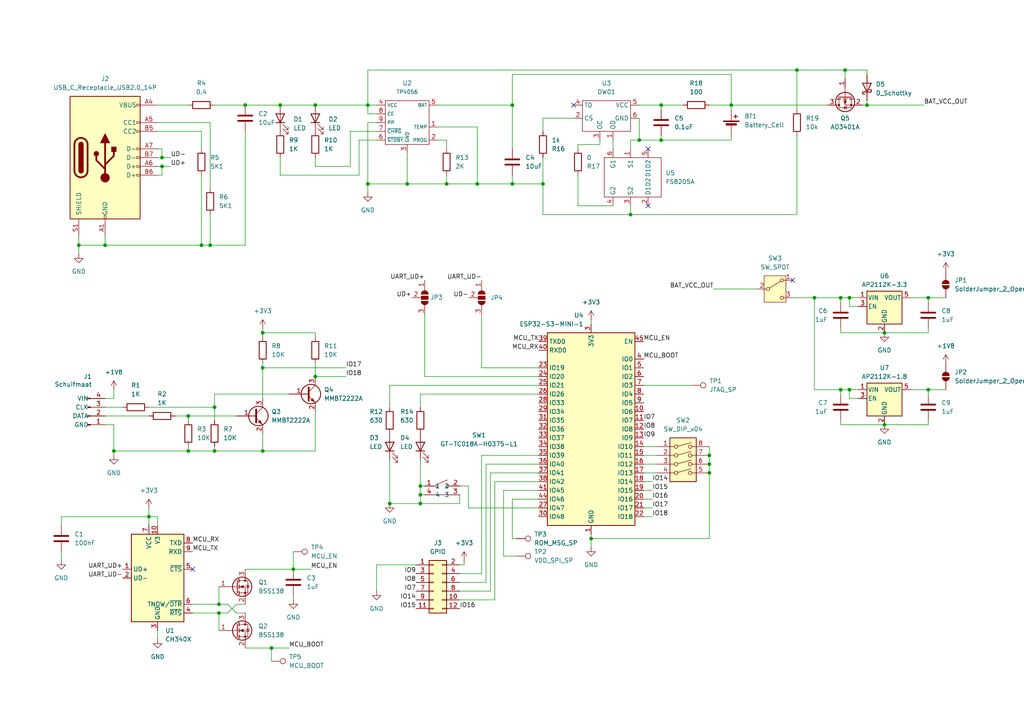
<source format=kicad_sch>
(kicad_sch
	(version 20231120)
	(generator "eeschema")
	(generator_version "8.0")
	(uuid "0f19020f-b69e-4e2c-a951-2e6ffe820141")
	(paper "A4")
	
	(junction
		(at 231.14 20.32)
		(diameter 0)
		(color 0 0 0 0)
		(uuid "028274f2-0d34-4534-b14e-7842a9d88992")
	)
	(junction
		(at 205.74 132.08)
		(diameter 0)
		(color 0 0 0 0)
		(uuid "06f95cb5-154c-4a7b-8f73-8d95c42fa430")
	)
	(junction
		(at 246.38 113.03)
		(diameter 0)
		(color 0 0 0 0)
		(uuid "0e3ee8f2-e035-409a-a88c-1f03bca3183a")
	)
	(junction
		(at 256.54 96.52)
		(diameter 0)
		(color 0 0 0 0)
		(uuid "12a35f8b-d2b2-4e10-a45f-1d66d8334d2c")
	)
	(junction
		(at 121.92 146.05)
		(diameter 0)
		(color 0 0 0 0)
		(uuid "14dc6d5e-e952-4322-a229-76870c5daf16")
	)
	(junction
		(at 91.44 30.48)
		(diameter 0)
		(color 0 0 0 0)
		(uuid "1705c31e-b9b6-4846-b20c-5a3646f0a545")
	)
	(junction
		(at 81.28 30.48)
		(diameter 0)
		(color 0 0 0 0)
		(uuid "184eeccf-76c5-49ca-9af5-d01953192bbe")
	)
	(junction
		(at 76.2 96.52)
		(diameter 0)
		(color 0 0 0 0)
		(uuid "19b413b4-8d32-4dd7-aa93-658c0ec41b52")
	)
	(junction
		(at 54.61 120.65)
		(diameter 0)
		(color 0 0 0 0)
		(uuid "1d055e6d-485c-43d8-9f39-4af7f41790c0")
	)
	(junction
		(at 191.77 30.48)
		(diameter 0)
		(color 0 0 0 0)
		(uuid "2754685d-8d77-484e-8284-f5ab38da3330")
	)
	(junction
		(at 71.12 30.48)
		(diameter 0)
		(color 0 0 0 0)
		(uuid "2b834d37-5f07-4d91-a068-abd61e6889e8")
	)
	(junction
		(at 236.22 86.36)
		(diameter 0)
		(color 0 0 0 0)
		(uuid "2f519825-2b27-4a31-9970-6099677dfa63")
	)
	(junction
		(at 191.77 40.64)
		(diameter 0)
		(color 0 0 0 0)
		(uuid "2fedb2b8-4c1a-4aac-8446-f68749248526")
	)
	(junction
		(at 113.03 146.05)
		(diameter 0)
		(color 0 0 0 0)
		(uuid "3e612d30-648d-4b9e-9bef-aab82fb96c8c")
	)
	(junction
		(at 205.74 134.62)
		(diameter 0)
		(color 0 0 0 0)
		(uuid "479a0224-aed8-4f84-8a50-ca7f278730f3")
	)
	(junction
		(at 46.99 45.72)
		(diameter 0)
		(color 0 0 0 0)
		(uuid "47bf0c4f-a860-4b8f-b87f-100e5784e2f1")
	)
	(junction
		(at 121.92 143.51)
		(diameter 0)
		(color 0 0 0 0)
		(uuid "512e45ca-576a-4a82-9c83-713c831d5993")
	)
	(junction
		(at 106.68 53.34)
		(diameter 0)
		(color 0 0 0 0)
		(uuid "5ac3ee56-beb4-43eb-b201-a9ed5beed71a")
	)
	(junction
		(at 121.92 140.97)
		(diameter 0)
		(color 0 0 0 0)
		(uuid "63ad5721-797b-4b6b-9236-735e9d9994ed")
	)
	(junction
		(at 148.59 53.34)
		(diameter 0)
		(color 0 0 0 0)
		(uuid "6e4807ad-5cf5-4a3d-8195-5617475f1c26")
	)
	(junction
		(at 205.74 137.16)
		(diameter 0)
		(color 0 0 0 0)
		(uuid "73bc14de-2086-4658-adca-9d17565c46f3")
	)
	(junction
		(at 157.48 53.34)
		(diameter 0)
		(color 0 0 0 0)
		(uuid "74dcecbf-e5bd-4725-9ae9-17631819faa3")
	)
	(junction
		(at 212.09 30.48)
		(diameter 0)
		(color 0 0 0 0)
		(uuid "78c091c4-628a-479c-a8f2-435b5910cb69")
	)
	(junction
		(at 85.09 165.1)
		(diameter 0)
		(color 0 0 0 0)
		(uuid "7fcc5e59-0a0e-4031-9d73-591b6a8146cf")
	)
	(junction
		(at 62.23 130.81)
		(diameter 0)
		(color 0 0 0 0)
		(uuid "83e23cd3-2301-4a10-b71a-0e60b83bb652")
	)
	(junction
		(at 22.86 71.12)
		(diameter 0)
		(color 0 0 0 0)
		(uuid "85009878-0347-40ff-a514-be3b950649b8")
	)
	(junction
		(at 30.48 71.12)
		(diameter 0)
		(color 0 0 0 0)
		(uuid "86c991d1-b454-4357-ab6e-44c59bb2c62d")
	)
	(junction
		(at 58.42 71.12)
		(diameter 0)
		(color 0 0 0 0)
		(uuid "89458645-c1a7-4f56-9866-3004a494e6c0")
	)
	(junction
		(at 185.42 40.64)
		(diameter 0)
		(color 0 0 0 0)
		(uuid "8d7b353a-74b6-4047-99eb-10daa2ea0648")
	)
	(junction
		(at 256.54 123.19)
		(diameter 0)
		(color 0 0 0 0)
		(uuid "8f2dcc0f-243b-40fc-9bb7-a6ea3c0388c5")
	)
	(junction
		(at 118.11 53.34)
		(diameter 0)
		(color 0 0 0 0)
		(uuid "910236a3-ab5c-499f-9091-7c428f34cf05")
	)
	(junction
		(at 63.5 177.8)
		(diameter 0)
		(color 0 0 0 0)
		(uuid "91d20cd9-9cf8-4071-806e-70a19e2a6e4c")
	)
	(junction
		(at 245.11 20.32)
		(diameter 0)
		(color 0 0 0 0)
		(uuid "9aab7db1-d6aa-4df7-9453-3db63ea68960")
	)
	(junction
		(at 129.54 53.34)
		(diameter 0)
		(color 0 0 0 0)
		(uuid "a6829a4b-5473-4e2e-91fd-76c14604d930")
	)
	(junction
		(at 171.45 156.21)
		(diameter 0)
		(color 0 0 0 0)
		(uuid "a8537a39-ca6d-4040-92c9-19e72814234c")
	)
	(junction
		(at 54.61 130.81)
		(diameter 0)
		(color 0 0 0 0)
		(uuid "aa8b5e17-99d9-4966-a289-cff2391b01ef")
	)
	(junction
		(at 182.88 62.23)
		(diameter 0)
		(color 0 0 0 0)
		(uuid "ae31871b-b4d2-42bc-a6c2-ec7b2d128077")
	)
	(junction
		(at 243.84 86.36)
		(diameter 0)
		(color 0 0 0 0)
		(uuid "ae84c61d-62c7-4e2c-9897-3173738329a7")
	)
	(junction
		(at 243.84 113.03)
		(diameter 0)
		(color 0 0 0 0)
		(uuid "b84697f2-3580-4888-a357-7aafefdd1296")
	)
	(junction
		(at 46.99 48.26)
		(diameter 0)
		(color 0 0 0 0)
		(uuid "baa03a43-0314-490b-bb03-315a9b141492")
	)
	(junction
		(at 60.96 71.12)
		(diameter 0)
		(color 0 0 0 0)
		(uuid "bbe722c3-3972-448a-84ea-099c52b5d829")
	)
	(junction
		(at 269.24 86.36)
		(diameter 0)
		(color 0 0 0 0)
		(uuid "c3ca8c15-f88b-4a09-a912-0ab878440311")
	)
	(junction
		(at 148.59 30.48)
		(diameter 0)
		(color 0 0 0 0)
		(uuid "c6050e8e-e3ee-4f3c-bca9-10a92da24ed6")
	)
	(junction
		(at 63.5 175.26)
		(diameter 0)
		(color 0 0 0 0)
		(uuid "c62048b1-db9e-4d7d-924d-60c01471fad6")
	)
	(junction
		(at 62.23 118.11)
		(diameter 0)
		(color 0 0 0 0)
		(uuid "ce64efb3-71ea-4eda-a861-a761ce8a97e8")
	)
	(junction
		(at 106.68 30.48)
		(diameter 0)
		(color 0 0 0 0)
		(uuid "da938780-f403-44fb-ac6e-ad69524f0f2c")
	)
	(junction
		(at 76.2 130.81)
		(diameter 0)
		(color 0 0 0 0)
		(uuid "dbc55903-c01f-41ed-a50a-babdef5447da")
	)
	(junction
		(at 78.74 187.96)
		(diameter 0)
		(color 0 0 0 0)
		(uuid "de5ee885-7fd2-44a5-a396-e2cd431a4a9f")
	)
	(junction
		(at 138.43 53.34)
		(diameter 0)
		(color 0 0 0 0)
		(uuid "e0737e8e-da75-458e-a817-555da98c6d33")
	)
	(junction
		(at 269.24 113.03)
		(diameter 0)
		(color 0 0 0 0)
		(uuid "e2d3ba49-a15b-4f67-bcd0-b8ad9c50e086")
	)
	(junction
		(at 33.02 130.81)
		(diameter 0)
		(color 0 0 0 0)
		(uuid "e5909513-9066-451e-901e-a80eb1aac940")
	)
	(junction
		(at 246.38 86.36)
		(diameter 0)
		(color 0 0 0 0)
		(uuid "ea0a2857-da78-4319-ac33-0a59487a2800")
	)
	(junction
		(at 91.44 109.22)
		(diameter 0)
		(color 0 0 0 0)
		(uuid "ea2b04c0-a4eb-4a52-9ead-ab0d4bbadcf0")
	)
	(junction
		(at 43.18 149.86)
		(diameter 0)
		(color 0 0 0 0)
		(uuid "eb07946b-9fbd-4166-8f3a-8219198fc593")
	)
	(junction
		(at 76.2 106.68)
		(diameter 0)
		(color 0 0 0 0)
		(uuid "ec53964b-3664-423d-a442-546108b3dfce")
	)
	(junction
		(at 251.46 30.48)
		(diameter 0)
		(color 0 0 0 0)
		(uuid "f60ab6b7-6f37-4b01-b756-53c338d6b75c")
	)
	(no_connect
		(at 55.88 165.1)
		(uuid "2f105975-3bd9-40f1-819e-d48fa23de06f")
	)
	(no_connect
		(at 166.37 30.48)
		(uuid "74f330ba-76cf-4b7d-8ffc-9cdff6c71688")
	)
	(no_connect
		(at 229.87 81.28)
		(uuid "81af0d7e-07df-4ce1-9f36-6958cb4aa70f")
	)
	(no_connect
		(at 187.96 43.18)
		(uuid "bce5374f-b9eb-4e7b-8426-d97d2af259ab")
	)
	(no_connect
		(at 187.96 59.69)
		(uuid "e39e2eda-4bee-432a-bfd6-915215a79775")
	)
	(wire
		(pts
			(xy 135.89 147.32) (xy 156.21 147.32)
		)
		(stroke
			(width 0)
			(type default)
		)
		(uuid "01a9230e-831d-4b77-972f-45a25be2fcdb")
	)
	(wire
		(pts
			(xy 121.92 143.51) (xy 121.92 140.97)
		)
		(stroke
			(width 0)
			(type default)
		)
		(uuid "085b2f07-239b-470f-b304-8465b3244d13")
	)
	(wire
		(pts
			(xy 30.48 118.11) (xy 35.56 118.11)
		)
		(stroke
			(width 0)
			(type default)
		)
		(uuid "08878772-45a6-482d-b702-a3174980dde9")
	)
	(wire
		(pts
			(xy 248.92 115.57) (xy 246.38 115.57)
		)
		(stroke
			(width 0)
			(type default)
		)
		(uuid "0a2c8d89-efc2-4a56-af75-6ada4ef04f58")
	)
	(wire
		(pts
			(xy 45.72 48.26) (xy 46.99 48.26)
		)
		(stroke
			(width 0)
			(type default)
		)
		(uuid "0bc50ff4-6e70-4cc5-a10d-cdb4a96f8190")
	)
	(wire
		(pts
			(xy 30.48 68.58) (xy 30.48 71.12)
		)
		(stroke
			(width 0)
			(type default)
		)
		(uuid "0bdb119a-45af-40ee-90c9-0dd1724e1732")
	)
	(wire
		(pts
			(xy 129.54 43.18) (xy 129.54 40.64)
		)
		(stroke
			(width 0)
			(type default)
		)
		(uuid "0c4a7c86-28a2-4c1c-bb23-08f91da5b58a")
	)
	(wire
		(pts
			(xy 191.77 40.64) (xy 191.77 39.37)
		)
		(stroke
			(width 0)
			(type default)
		)
		(uuid "125741b2-0c07-43b5-a218-5703ffc3a590")
	)
	(wire
		(pts
			(xy 231.14 62.23) (xy 182.88 62.23)
		)
		(stroke
			(width 0)
			(type default)
		)
		(uuid "16aff706-ce63-4587-a3cb-3798a10ee34e")
	)
	(wire
		(pts
			(xy 121.92 133.35) (xy 121.92 140.97)
		)
		(stroke
			(width 0)
			(type default)
		)
		(uuid "1abe92f5-94b6-4e4f-9aed-7edad6075ac3")
	)
	(wire
		(pts
			(xy 191.77 30.48) (xy 198.12 30.48)
		)
		(stroke
			(width 0)
			(type default)
		)
		(uuid "1b185a6e-6c06-4f79-953d-8fc65a40d8b5")
	)
	(wire
		(pts
			(xy 185.42 40.64) (xy 191.77 40.64)
		)
		(stroke
			(width 0)
			(type default)
		)
		(uuid "1be1e1f7-0852-41d5-8afd-729b52fd9db6")
	)
	(wire
		(pts
			(xy 166.37 34.29) (xy 157.48 34.29)
		)
		(stroke
			(width 0)
			(type default)
		)
		(uuid "1f97ec65-2c51-4422-a600-0c753a03fc1f")
	)
	(wire
		(pts
			(xy 22.86 71.12) (xy 22.86 68.58)
		)
		(stroke
			(width 0)
			(type default)
		)
		(uuid "1f9f81ef-a684-47df-95c9-e4922e9a960f")
	)
	(wire
		(pts
			(xy 148.59 21.59) (xy 148.59 30.48)
		)
		(stroke
			(width 0)
			(type default)
		)
		(uuid "208addb0-7bf1-4f2c-b9a0-992c9a7b5bbc")
	)
	(wire
		(pts
			(xy 149.86 161.29) (xy 146.05 161.29)
		)
		(stroke
			(width 0)
			(type default)
		)
		(uuid "2090faf9-cb87-4412-9590-a0165f4cd707")
	)
	(wire
		(pts
			(xy 156.21 109.22) (xy 123.19 109.22)
		)
		(stroke
			(width 0)
			(type default)
		)
		(uuid "20deb270-c1fa-4b90-8a08-398a76248b51")
	)
	(wire
		(pts
			(xy 58.42 38.1) (xy 58.42 43.18)
		)
		(stroke
			(width 0)
			(type default)
		)
		(uuid "21d0bd03-93fe-4f96-89c9-c339f4ff518e")
	)
	(wire
		(pts
			(xy 33.02 115.57) (xy 30.48 115.57)
		)
		(stroke
			(width 0)
			(type default)
		)
		(uuid "22d45681-8457-45e5-8c0e-23aebb9bc4f5")
	)
	(wire
		(pts
			(xy 205.74 129.54) (xy 205.74 132.08)
		)
		(stroke
			(width 0)
			(type default)
		)
		(uuid "23c4915d-ad7e-4348-b7a7-f85f016da73c")
	)
	(wire
		(pts
			(xy 243.84 123.19) (xy 256.54 123.19)
		)
		(stroke
			(width 0)
			(type default)
		)
		(uuid "242ca742-d4f3-4233-a552-4a5638056391")
	)
	(wire
		(pts
			(xy 54.61 120.65) (xy 68.58 120.65)
		)
		(stroke
			(width 0)
			(type default)
		)
		(uuid "268fa695-b0fd-459b-a057-67edc2779e54")
	)
	(wire
		(pts
			(xy 91.44 48.26) (xy 91.44 45.72)
		)
		(stroke
			(width 0)
			(type default)
		)
		(uuid "269a68c2-3488-4599-a7c8-ebc7e4ce4c95")
	)
	(wire
		(pts
			(xy 58.42 50.8) (xy 58.42 71.12)
		)
		(stroke
			(width 0)
			(type default)
		)
		(uuid "284122cf-8388-4e5d-bd41-30743a017988")
	)
	(wire
		(pts
			(xy 133.35 168.91) (xy 140.97 168.91)
		)
		(stroke
			(width 0)
			(type default)
		)
		(uuid "28593ceb-f4da-4471-b978-23c699ab5b4b")
	)
	(wire
		(pts
			(xy 106.68 35.56) (xy 106.68 53.34)
		)
		(stroke
			(width 0)
			(type default)
		)
		(uuid "290b6a68-7fed-454e-af10-deb5d21f5472")
	)
	(wire
		(pts
			(xy 264.16 86.36) (xy 269.24 86.36)
		)
		(stroke
			(width 0)
			(type default)
		)
		(uuid "293e2cb1-de30-4e80-8703-6abc04e3412d")
	)
	(wire
		(pts
			(xy 140.97 168.91) (xy 140.97 134.62)
		)
		(stroke
			(width 0)
			(type default)
		)
		(uuid "29471af8-f5c2-471f-8913-4b93d9c05839")
	)
	(wire
		(pts
			(xy 76.2 106.68) (xy 76.2 115.57)
		)
		(stroke
			(width 0)
			(type default)
		)
		(uuid "2963d3d1-a49c-4c26-bf19-c3554b376f54")
	)
	(wire
		(pts
			(xy 104.14 40.64) (xy 109.22 40.64)
		)
		(stroke
			(width 0)
			(type default)
		)
		(uuid "2c519300-661d-48a4-98fe-c3793cf3a667")
	)
	(wire
		(pts
			(xy 248.92 88.9) (xy 246.38 88.9)
		)
		(stroke
			(width 0)
			(type default)
		)
		(uuid "2de23017-14d2-434f-8d31-25f82d981fb4")
	)
	(wire
		(pts
			(xy 148.59 144.78) (xy 156.21 144.78)
		)
		(stroke
			(width 0)
			(type default)
		)
		(uuid "2ee7723d-2a46-41a5-a05c-5387e5840d60")
	)
	(wire
		(pts
			(xy 139.7 132.08) (xy 156.21 132.08)
		)
		(stroke
			(width 0)
			(type default)
		)
		(uuid "2ffb8775-e745-4127-8c94-1f4510afb371")
	)
	(wire
		(pts
			(xy 121.92 146.05) (xy 133.35 146.05)
		)
		(stroke
			(width 0)
			(type default)
		)
		(uuid "30069068-9854-4b6f-bced-e9a9610f19ed")
	)
	(wire
		(pts
			(xy 60.96 62.23) (xy 60.96 71.12)
		)
		(stroke
			(width 0)
			(type default)
		)
		(uuid "30c33898-cb27-4047-aa6d-d6dedc0d96d4")
	)
	(wire
		(pts
			(xy 17.78 149.86) (xy 17.78 152.4)
		)
		(stroke
			(width 0)
			(type default)
		)
		(uuid "3171fc62-2e36-4e92-a034-7cecadb3c004")
	)
	(wire
		(pts
			(xy 173.99 41.91) (xy 173.99 40.64)
		)
		(stroke
			(width 0)
			(type default)
		)
		(uuid "31ff593c-7233-4a0b-b216-0a3060b828cb")
	)
	(wire
		(pts
			(xy 90.17 165.1) (xy 85.09 165.1)
		)
		(stroke
			(width 0)
			(type default)
		)
		(uuid "32550cf0-88d9-4ecc-aa69-f4d4be55540f")
	)
	(wire
		(pts
			(xy 101.6 38.1) (xy 101.6 48.26)
		)
		(stroke
			(width 0)
			(type default)
		)
		(uuid "3285bf1a-f027-40b4-81f8-ecc5ef547f6f")
	)
	(wire
		(pts
			(xy 133.35 173.99) (xy 143.51 173.99)
		)
		(stroke
			(width 0)
			(type default)
		)
		(uuid "32c4715f-ad87-4d42-a4d4-d4441c25a2df")
	)
	(wire
		(pts
			(xy 71.12 38.1) (xy 71.12 71.12)
		)
		(stroke
			(width 0)
			(type default)
		)
		(uuid "34559fb8-951e-4ede-97c7-2f428c8a1cc2")
	)
	(wire
		(pts
			(xy 118.11 53.34) (xy 129.54 53.34)
		)
		(stroke
			(width 0)
			(type default)
		)
		(uuid "35766d74-edf3-48bc-a3cc-296d8531a204")
	)
	(wire
		(pts
			(xy 143.51 139.7) (xy 156.21 139.7)
		)
		(stroke
			(width 0)
			(type default)
		)
		(uuid "35a789b5-1255-4869-aa71-6ec4fa3cdad3")
	)
	(wire
		(pts
			(xy 269.24 113.03) (xy 269.24 114.3)
		)
		(stroke
			(width 0)
			(type default)
		)
		(uuid "366617c4-a42c-4240-a05d-444ee7cd5674")
	)
	(wire
		(pts
			(xy 146.05 161.29) (xy 146.05 142.24)
		)
		(stroke
			(width 0)
			(type default)
		)
		(uuid "3682865b-341c-4afd-9fdd-c38d5b5eb461")
	)
	(wire
		(pts
			(xy 251.46 30.48) (xy 267.97 30.48)
		)
		(stroke
			(width 0)
			(type default)
		)
		(uuid "36c638cb-68ef-46cc-81e9-8369e4aa08a7")
	)
	(wire
		(pts
			(xy 134.62 162.56) (xy 134.62 163.83)
		)
		(stroke
			(width 0)
			(type default)
		)
		(uuid "376a8724-c826-4d66-9d2a-696023d8570e")
	)
	(wire
		(pts
			(xy 231.14 31.75) (xy 231.14 20.32)
		)
		(stroke
			(width 0)
			(type default)
		)
		(uuid "37d1c9e7-38a5-41df-bbbe-0fa46b3845bc")
	)
	(wire
		(pts
			(xy 236.22 86.36) (xy 243.84 86.36)
		)
		(stroke
			(width 0)
			(type default)
		)
		(uuid "38f0f744-4cc3-4d7a-b584-b1188baf62b6")
	)
	(wire
		(pts
			(xy 251.46 20.32) (xy 251.46 21.59)
		)
		(stroke
			(width 0)
			(type default)
		)
		(uuid "3a4b333a-a751-4686-bb5a-b2fd47318364")
	)
	(wire
		(pts
			(xy 212.09 40.64) (xy 191.77 40.64)
		)
		(stroke
			(width 0)
			(type default)
		)
		(uuid "3a5596ab-09a2-4570-a1cf-a31b3ea86e30")
	)
	(wire
		(pts
			(xy 17.78 160.02) (xy 17.78 162.56)
		)
		(stroke
			(width 0)
			(type default)
		)
		(uuid "3b710433-939a-473d-b055-11805b015004")
	)
	(wire
		(pts
			(xy 243.84 86.36) (xy 243.84 87.63)
		)
		(stroke
			(width 0)
			(type default)
		)
		(uuid "3bcde3b4-8f40-41b3-a9f7-5728bb82fb59")
	)
	(wire
		(pts
			(xy 71.12 165.1) (xy 85.09 165.1)
		)
		(stroke
			(width 0)
			(type default)
		)
		(uuid "3cc97967-2911-4c68-81ad-4ccfe5cf6675")
	)
	(wire
		(pts
			(xy 129.54 53.34) (xy 129.54 50.8)
		)
		(stroke
			(width 0)
			(type default)
		)
		(uuid "3d66fb37-edf3-4307-a22f-b106202e7f40")
	)
	(wire
		(pts
			(xy 186.69 149.86) (xy 189.23 149.86)
		)
		(stroke
			(width 0)
			(type default)
		)
		(uuid "3dc4cfe0-19e0-4489-930d-14cb118a5e6f")
	)
	(wire
		(pts
			(xy 81.28 30.48) (xy 91.44 30.48)
		)
		(stroke
			(width 0)
			(type default)
		)
		(uuid "40c63fcd-19bf-44f7-81f3-f2fe5ddce2f9")
	)
	(wire
		(pts
			(xy 121.92 143.51) (xy 121.92 146.05)
		)
		(stroke
			(width 0)
			(type default)
		)
		(uuid "42c33726-0ae3-4444-a0dc-e0a435696434")
	)
	(wire
		(pts
			(xy 106.68 55.88) (xy 106.68 53.34)
		)
		(stroke
			(width 0)
			(type default)
		)
		(uuid "43bdbaf3-bbb9-4ad1-bcb5-c84e7e056824")
	)
	(wire
		(pts
			(xy 205.74 137.16) (xy 205.74 156.21)
		)
		(stroke
			(width 0)
			(type default)
		)
		(uuid "44cc3035-3a29-49b1-834a-9932112ebe47")
	)
	(wire
		(pts
			(xy 113.03 133.35) (xy 113.03 146.05)
		)
		(stroke
			(width 0)
			(type default)
		)
		(uuid "469fe002-4b88-4e9e-978d-89a41440dea7")
	)
	(wire
		(pts
			(xy 246.38 88.9) (xy 246.38 86.36)
		)
		(stroke
			(width 0)
			(type default)
		)
		(uuid "46ce4fb8-cfb1-4f0c-bb5e-3ea6447ab93b")
	)
	(wire
		(pts
			(xy 177.8 40.64) (xy 177.8 43.18)
		)
		(stroke
			(width 0)
			(type default)
		)
		(uuid "46e76df1-d841-40be-87a3-bdca06a08df4")
	)
	(wire
		(pts
			(xy 248.92 113.03) (xy 246.38 113.03)
		)
		(stroke
			(width 0)
			(type default)
		)
		(uuid "47c7f85a-4c5e-488d-bab6-c5c87014596a")
	)
	(wire
		(pts
			(xy 167.64 41.91) (xy 167.64 43.18)
		)
		(stroke
			(width 0)
			(type default)
		)
		(uuid "4a28ae2f-6784-4632-9682-2cdf25d3654c")
	)
	(wire
		(pts
			(xy 133.35 143.51) (xy 133.35 146.05)
		)
		(stroke
			(width 0)
			(type default)
		)
		(uuid "4bb3e3f8-56bc-4412-99f7-29c30fe71e53")
	)
	(wire
		(pts
			(xy 43.18 118.11) (xy 62.23 118.11)
		)
		(stroke
			(width 0)
			(type default)
		)
		(uuid "4f4a1b24-1042-46f5-a7cd-ab4859b7116c")
	)
	(wire
		(pts
			(xy 269.24 95.25) (xy 269.24 96.52)
		)
		(stroke
			(width 0)
			(type default)
		)
		(uuid "514595ca-3e3d-451c-a8ae-935f86f745c4")
	)
	(wire
		(pts
			(xy 139.7 106.68) (xy 156.21 106.68)
		)
		(stroke
			(width 0)
			(type default)
		)
		(uuid "53896f8f-9d1b-422c-80b7-e7e095ef8b5f")
	)
	(wire
		(pts
			(xy 76.2 130.81) (xy 91.44 130.81)
		)
		(stroke
			(width 0)
			(type default)
		)
		(uuid "54035ebb-0751-4b92-bb84-0efaaaf6e91c")
	)
	(wire
		(pts
			(xy 123.19 109.22) (xy 123.19 91.44)
		)
		(stroke
			(width 0)
			(type default)
		)
		(uuid "545f6491-8c1b-432f-bf19-468d25c91ba1")
	)
	(wire
		(pts
			(xy 113.03 118.11) (xy 113.03 111.76)
		)
		(stroke
			(width 0)
			(type default)
		)
		(uuid "548b83a8-6607-4609-a2ad-3da1902454cf")
	)
	(wire
		(pts
			(xy 243.84 96.52) (xy 256.54 96.52)
		)
		(stroke
			(width 0)
			(type default)
		)
		(uuid "55cea501-0a9b-4d74-be60-d8b1ea47a961")
	)
	(wire
		(pts
			(xy 58.42 71.12) (xy 60.96 71.12)
		)
		(stroke
			(width 0)
			(type default)
		)
		(uuid "56ab93d4-f228-449d-aac4-b4de10af431f")
	)
	(wire
		(pts
			(xy 45.72 182.88) (xy 45.72 185.42)
		)
		(stroke
			(width 0)
			(type default)
		)
		(uuid "576e1b96-e42f-452d-a76d-c17b079ab7e5")
	)
	(wire
		(pts
			(xy 45.72 38.1) (xy 58.42 38.1)
		)
		(stroke
			(width 0)
			(type default)
		)
		(uuid "5835b669-4fc3-4e4a-ae88-95ad2bc7784c")
	)
	(wire
		(pts
			(xy 167.64 41.91) (xy 173.99 41.91)
		)
		(stroke
			(width 0)
			(type default)
		)
		(uuid "590e4379-8702-4495-ab71-7fb3fa1dd78c")
	)
	(wire
		(pts
			(xy 186.69 144.78) (xy 189.23 144.78)
		)
		(stroke
			(width 0)
			(type default)
		)
		(uuid "594b6a04-ef01-4068-a5a9-08d536c76f01")
	)
	(wire
		(pts
			(xy 243.84 86.36) (xy 246.38 86.36)
		)
		(stroke
			(width 0)
			(type default)
		)
		(uuid "595a47f1-78d4-4aeb-97a7-c1cb6662882c")
	)
	(wire
		(pts
			(xy 46.99 50.8) (xy 45.72 50.8)
		)
		(stroke
			(width 0)
			(type default)
		)
		(uuid "5a100358-df6d-4052-86bf-98255b217765")
	)
	(wire
		(pts
			(xy 256.54 96.52) (xy 269.24 96.52)
		)
		(stroke
			(width 0)
			(type default)
		)
		(uuid "5a6b1945-954a-4d38-9a1a-20cfa00e893a")
	)
	(wire
		(pts
			(xy 133.35 171.45) (xy 142.24 171.45)
		)
		(stroke
			(width 0)
			(type default)
		)
		(uuid "5ac7aa7b-1fc1-49e7-ac2a-906cb0c35a2a")
	)
	(wire
		(pts
			(xy 60.96 71.12) (xy 71.12 71.12)
		)
		(stroke
			(width 0)
			(type default)
		)
		(uuid "5cac8bf5-a413-4e2e-aab4-275470e95683")
	)
	(wire
		(pts
			(xy 127 30.48) (xy 148.59 30.48)
		)
		(stroke
			(width 0)
			(type default)
		)
		(uuid "5d3094a4-990d-407b-865a-5590c6f6ae25")
	)
	(wire
		(pts
			(xy 62.23 30.48) (xy 71.12 30.48)
		)
		(stroke
			(width 0)
			(type default)
		)
		(uuid "5f5669c9-df93-459d-9e3a-320599aaab6c")
	)
	(wire
		(pts
			(xy 243.84 113.03) (xy 236.22 113.03)
		)
		(stroke
			(width 0)
			(type default)
		)
		(uuid "5fdd5a64-c3f5-44c1-b4ce-42292c60822c")
	)
	(wire
		(pts
			(xy 269.24 121.92) (xy 269.24 123.19)
		)
		(stroke
			(width 0)
			(type default)
		)
		(uuid "605f4797-ae9d-4885-922d-4f0d0df08f73")
	)
	(wire
		(pts
			(xy 191.77 31.75) (xy 191.77 30.48)
		)
		(stroke
			(width 0)
			(type default)
		)
		(uuid "61fc6368-6a94-4eb9-a91b-56c3c2463679")
	)
	(wire
		(pts
			(xy 45.72 43.18) (xy 46.99 43.18)
		)
		(stroke
			(width 0)
			(type default)
		)
		(uuid "625d17c6-dcc5-483d-a87c-3aa794cb460b")
	)
	(wire
		(pts
			(xy 30.48 71.12) (xy 58.42 71.12)
		)
		(stroke
			(width 0)
			(type default)
		)
		(uuid "630c4d71-3a39-4d7a-8b4a-1d0590024729")
	)
	(wire
		(pts
			(xy 138.43 36.83) (xy 138.43 53.34)
		)
		(stroke
			(width 0)
			(type default)
		)
		(uuid "64ab9100-fc93-484f-ae25-f2ac0cd749dd")
	)
	(wire
		(pts
			(xy 68.58 177.8) (xy 71.12 177.8)
		)
		(stroke
			(width 0)
			(type default)
		)
		(uuid "651ea225-47f2-40d7-8de2-b894c98c3936")
	)
	(wire
		(pts
			(xy 33.02 123.19) (xy 33.02 130.81)
		)
		(stroke
			(width 0)
			(type default)
		)
		(uuid "6580b22b-17a5-4053-a77b-4516c4d1d7d4")
	)
	(wire
		(pts
			(xy 101.6 38.1) (xy 109.22 38.1)
		)
		(stroke
			(width 0)
			(type default)
		)
		(uuid "6626d609-13fb-4fdc-afd6-ba0dfda325e0")
	)
	(wire
		(pts
			(xy 140.97 134.62) (xy 156.21 134.62)
		)
		(stroke
			(width 0)
			(type default)
		)
		(uuid "66f12b76-92bc-4133-819a-e2d2c45e4bf6")
	)
	(wire
		(pts
			(xy 81.28 45.72) (xy 81.28 50.8)
		)
		(stroke
			(width 0)
			(type default)
		)
		(uuid "680d40ed-06c2-45e5-8a46-495b237affba")
	)
	(wire
		(pts
			(xy 143.51 173.99) (xy 143.51 139.7)
		)
		(stroke
			(width 0)
			(type default)
		)
		(uuid "68b2e112-6900-4c33-b052-ab0634ef89a5")
	)
	(wire
		(pts
			(xy 22.86 71.12) (xy 22.86 73.66)
		)
		(stroke
			(width 0)
			(type default)
		)
		(uuid "69179af5-c28f-4f00-99ce-54210ac1bf2c")
	)
	(wire
		(pts
			(xy 182.88 62.23) (xy 157.48 62.23)
		)
		(stroke
			(width 0)
			(type default)
		)
		(uuid "692b0ad9-183c-4017-b30f-a49f7791a317")
	)
	(wire
		(pts
			(xy 120.65 163.83) (xy 109.22 163.83)
		)
		(stroke
			(width 0)
			(type default)
		)
		(uuid "6952fa45-0f93-46b8-91a2-e2acc410171b")
	)
	(wire
		(pts
			(xy 109.22 163.83) (xy 109.22 171.45)
		)
		(stroke
			(width 0)
			(type default)
		)
		(uuid "695c3acb-ab71-4782-acfc-757258a51aff")
	)
	(wire
		(pts
			(xy 45.72 45.72) (xy 46.99 45.72)
		)
		(stroke
			(width 0)
			(type default)
		)
		(uuid "69a2d974-0073-4db8-accc-e7b0f95b05eb")
	)
	(wire
		(pts
			(xy 104.14 40.64) (xy 104.14 50.8)
		)
		(stroke
			(width 0)
			(type default)
		)
		(uuid "69d4d5fe-8303-48de-bb02-2b75307fa698")
	)
	(wire
		(pts
			(xy 66.04 177.8) (xy 63.5 177.8)
		)
		(stroke
			(width 0)
			(type default)
		)
		(uuid "6adc2e0a-9795-4269-b7ca-85e5d0f65b5e")
	)
	(wire
		(pts
			(xy 246.38 113.03) (xy 243.84 113.03)
		)
		(stroke
			(width 0)
			(type default)
		)
		(uuid "6c02cabc-a7cc-4360-b30e-4ceec8964304")
	)
	(wire
		(pts
			(xy 106.68 33.02) (xy 109.22 33.02)
		)
		(stroke
			(width 0)
			(type default)
		)
		(uuid "6d122c79-ebaa-4665-87a3-34ed61b04dab")
	)
	(wire
		(pts
			(xy 231.14 39.37) (xy 231.14 62.23)
		)
		(stroke
			(width 0)
			(type default)
		)
		(uuid "714e4040-06c0-4c42-be65-b77c8878d275")
	)
	(wire
		(pts
			(xy 91.44 105.41) (xy 91.44 109.22)
		)
		(stroke
			(width 0)
			(type default)
		)
		(uuid "72347744-2971-4c0e-9d46-f1518f2d282c")
	)
	(wire
		(pts
			(xy 71.12 30.48) (xy 81.28 30.48)
		)
		(stroke
			(width 0)
			(type default)
		)
		(uuid "7244c96c-e1be-4277-9acd-bdb2ea183218")
	)
	(wire
		(pts
			(xy 146.05 142.24) (xy 156.21 142.24)
		)
		(stroke
			(width 0)
			(type default)
		)
		(uuid "72c1a740-1209-455f-ad5a-ff4a4d95c7fd")
	)
	(wire
		(pts
			(xy 62.23 114.3) (xy 83.82 114.3)
		)
		(stroke
			(width 0)
			(type default)
		)
		(uuid "73a950b9-5ea6-4443-bccb-6ec96ae66180")
	)
	(wire
		(pts
			(xy 148.59 30.48) (xy 148.59 43.18)
		)
		(stroke
			(width 0)
			(type default)
		)
		(uuid "772adc96-a15b-4b86-9100-85bae81a5602")
	)
	(wire
		(pts
			(xy 167.64 59.69) (xy 177.8 59.69)
		)
		(stroke
			(width 0)
			(type default)
		)
		(uuid "787c4b6e-8e91-4220-a5e7-801318828030")
	)
	(wire
		(pts
			(xy 171.45 92.71) (xy 171.45 93.98)
		)
		(stroke
			(width 0)
			(type default)
		)
		(uuid "79345ee5-9977-4ae2-b665-e9aa01b7b0a4")
	)
	(wire
		(pts
			(xy 212.09 39.37) (xy 212.09 40.64)
		)
		(stroke
			(width 0)
			(type default)
		)
		(uuid "7c05b5b5-8e77-44ea-ad35-40730cffb579")
	)
	(wire
		(pts
			(xy 78.74 187.96) (xy 83.82 187.96)
		)
		(stroke
			(width 0)
			(type default)
		)
		(uuid "7de84d53-dc3e-47d3-87c9-29b31d238da8")
	)
	(wire
		(pts
			(xy 66.04 175.26) (xy 63.5 175.26)
		)
		(stroke
			(width 0)
			(type default)
		)
		(uuid "7e7e0a4a-6ffe-4f9e-ac71-9cf8c09400ea")
	)
	(wire
		(pts
			(xy 43.18 149.86) (xy 43.18 152.4)
		)
		(stroke
			(width 0)
			(type default)
		)
		(uuid "8056de03-b406-44cf-beb1-e341139092f6")
	)
	(wire
		(pts
			(xy 54.61 120.65) (xy 50.8 120.65)
		)
		(stroke
			(width 0)
			(type default)
		)
		(uuid "80764e92-b162-492b-98c1-765679ae5908")
	)
	(wire
		(pts
			(xy 190.5 137.16) (xy 186.69 137.16)
		)
		(stroke
			(width 0)
			(type default)
		)
		(uuid "8085d9d5-cb67-47d5-a470-fc65a3026b34")
	)
	(wire
		(pts
			(xy 106.68 20.32) (xy 106.68 30.48)
		)
		(stroke
			(width 0)
			(type default)
		)
		(uuid "8154cffb-438a-4a56-ae1c-a57119728b90")
	)
	(wire
		(pts
			(xy 78.74 187.96) (xy 78.74 191.77)
		)
		(stroke
			(width 0)
			(type default)
		)
		(uuid "82231bfd-8f65-4c4f-80f8-23ebc69c0216")
	)
	(wire
		(pts
			(xy 85.09 173.99) (xy 85.09 172.72)
		)
		(stroke
			(width 0)
			(type default)
		)
		(uuid "82cc3402-97df-42c7-b70e-7b6912f5935b")
	)
	(wire
		(pts
			(xy 243.84 121.92) (xy 243.84 123.19)
		)
		(stroke
			(width 0)
			(type default)
		)
		(uuid "8310ad9c-3ae9-4468-ba34-00eed0801931")
	)
	(wire
		(pts
			(xy 106.68 35.56) (xy 109.22 35.56)
		)
		(stroke
			(width 0)
			(type default)
		)
		(uuid "8324ea6f-f8fc-4962-9bbe-f4179fe4fae0")
	)
	(wire
		(pts
			(xy 33.02 113.03) (xy 33.02 115.57)
		)
		(stroke
			(width 0)
			(type default)
		)
		(uuid "83947f29-b24a-41d6-8e6c-37fc9e7069ff")
	)
	(wire
		(pts
			(xy 45.72 149.86) (xy 45.72 152.4)
		)
		(stroke
			(width 0)
			(type default)
		)
		(uuid "84350577-62b2-4bd8-9919-1493ab50c2bf")
	)
	(wire
		(pts
			(xy 46.99 45.72) (xy 49.53 45.72)
		)
		(stroke
			(width 0)
			(type default)
		)
		(uuid "8460f8e3-df96-4505-8f30-3e7a7d3899bd")
	)
	(wire
		(pts
			(xy 91.44 109.22) (xy 100.33 109.22)
		)
		(stroke
			(width 0)
			(type default)
		)
		(uuid "85195862-5798-473f-ace4-b09a208b2251")
	)
	(wire
		(pts
			(xy 157.48 53.34) (xy 157.48 62.23)
		)
		(stroke
			(width 0)
			(type default)
		)
		(uuid "86b0deb3-19d5-4939-8468-aa9d36003b56")
	)
	(wire
		(pts
			(xy 71.12 187.96) (xy 78.74 187.96)
		)
		(stroke
			(width 0)
			(type default)
		)
		(uuid "878f0c0a-7bf6-4b5c-9abe-204dc95ba599")
	)
	(wire
		(pts
			(xy 91.44 119.38) (xy 91.44 130.81)
		)
		(stroke
			(width 0)
			(type default)
		)
		(uuid "89730fb0-e097-4cee-a843-26d2f0002afe")
	)
	(wire
		(pts
			(xy 76.2 125.73) (xy 76.2 130.81)
		)
		(stroke
			(width 0)
			(type default)
		)
		(uuid "89a612bb-bb97-49df-b4ca-99f8dda511f9")
	)
	(wire
		(pts
			(xy 190.5 132.08) (xy 186.69 132.08)
		)
		(stroke
			(width 0)
			(type default)
		)
		(uuid "8a256889-8c3f-4851-bea1-bc98c20718ff")
	)
	(wire
		(pts
			(xy 54.61 130.81) (xy 62.23 130.81)
		)
		(stroke
			(width 0)
			(type default)
		)
		(uuid "8d89979e-68be-4d68-948a-e11239d83d84")
	)
	(wire
		(pts
			(xy 46.99 48.26) (xy 49.53 48.26)
		)
		(stroke
			(width 0)
			(type default)
		)
		(uuid "8f31f947-4cf0-4ced-9fc5-107e79cb89fe")
	)
	(wire
		(pts
			(xy 149.86 156.21) (xy 148.59 156.21)
		)
		(stroke
			(width 0)
			(type default)
		)
		(uuid "8faeab49-c40a-4c97-8b87-efd253c55a1d")
	)
	(wire
		(pts
			(xy 76.2 96.52) (xy 76.2 97.79)
		)
		(stroke
			(width 0)
			(type default)
		)
		(uuid "90e82e96-cebd-469a-a7d5-9d4c2648125a")
	)
	(wire
		(pts
			(xy 123.19 143.51) (xy 121.92 143.51)
		)
		(stroke
			(width 0)
			(type default)
		)
		(uuid "92b2b54d-2175-48a4-a3fb-c82dd02d8634")
	)
	(wire
		(pts
			(xy 157.48 45.72) (xy 157.48 53.34)
		)
		(stroke
			(width 0)
			(type default)
		)
		(uuid "93b2efd3-cf18-44e9-aa8a-c468818aa575")
	)
	(wire
		(pts
			(xy 62.23 130.81) (xy 76.2 130.81)
		)
		(stroke
			(width 0)
			(type default)
		)
		(uuid "945b3c9d-52de-44b1-9852-8b28ee39b6d1")
	)
	(wire
		(pts
			(xy 142.24 171.45) (xy 142.24 137.16)
		)
		(stroke
			(width 0)
			(type default)
		)
		(uuid "95c94562-b0f3-4289-b3ca-231a5b760c3c")
	)
	(wire
		(pts
			(xy 85.09 160.02) (xy 85.09 165.1)
		)
		(stroke
			(width 0)
			(type default)
		)
		(uuid "98f699b4-8c5b-4b56-9ab8-6a5dc6685f2c")
	)
	(wire
		(pts
			(xy 55.88 175.26) (xy 63.5 175.26)
		)
		(stroke
			(width 0)
			(type default)
		)
		(uuid "991437a7-142a-445d-abba-38fb059e8459")
	)
	(wire
		(pts
			(xy 45.72 30.48) (xy 54.61 30.48)
		)
		(stroke
			(width 0)
			(type default)
		)
		(uuid "9b70df93-2b53-451f-b9cf-ee9f054ff00a")
	)
	(wire
		(pts
			(xy 182.88 43.18) (xy 182.88 40.64)
		)
		(stroke
			(width 0)
			(type default)
		)
		(uuid "9b7a1da8-a3dc-4bd5-ba2a-f6859a0b9613")
	)
	(wire
		(pts
			(xy 54.61 129.54) (xy 54.61 130.81)
		)
		(stroke
			(width 0)
			(type default)
		)
		(uuid "9ce72bd8-2b3e-48d5-a6e2-394d673666e5")
	)
	(wire
		(pts
			(xy 76.2 96.52) (xy 91.44 96.52)
		)
		(stroke
			(width 0)
			(type default)
		)
		(uuid "9df17afc-701a-4d47-ab58-bf6a51162746")
	)
	(wire
		(pts
			(xy 17.78 149.86) (xy 43.18 149.86)
		)
		(stroke
			(width 0)
			(type default)
		)
		(uuid "9fe8d778-8431-4c22-9052-d6277e14effb")
	)
	(wire
		(pts
			(xy 205.74 156.21) (xy 171.45 156.21)
		)
		(stroke
			(width 0)
			(type default)
		)
		(uuid "9ffac967-96bc-42e3-b067-9f2751e7f1c2")
	)
	(wire
		(pts
			(xy 264.16 113.03) (xy 269.24 113.03)
		)
		(stroke
			(width 0)
			(type default)
		)
		(uuid "a0c6ad08-208d-4b5b-80a1-44dd0eb64ec9")
	)
	(wire
		(pts
			(xy 30.48 71.12) (xy 22.86 71.12)
		)
		(stroke
			(width 0)
			(type default)
		)
		(uuid "a2493909-cde7-4898-b628-32387f119a02")
	)
	(wire
		(pts
			(xy 62.23 114.3) (xy 62.23 118.11)
		)
		(stroke
			(width 0)
			(type default)
		)
		(uuid "a2817008-2e99-49d0-bc9f-21704c7ee4f0")
	)
	(wire
		(pts
			(xy 127 36.83) (xy 138.43 36.83)
		)
		(stroke
			(width 0)
			(type default)
		)
		(uuid "a38cc4ee-2476-4819-9c55-191f9028b691")
	)
	(wire
		(pts
			(xy 62.23 129.54) (xy 62.23 130.81)
		)
		(stroke
			(width 0)
			(type default)
		)
		(uuid "a3b3a640-f2b0-40c4-9d25-d7922afc1c08")
	)
	(wire
		(pts
			(xy 33.02 130.81) (xy 33.02 132.08)
		)
		(stroke
			(width 0)
			(type default)
		)
		(uuid "a3c0d574-9a1f-449b-a4da-faa44687ee8a")
	)
	(wire
		(pts
			(xy 129.54 40.64) (xy 127 40.64)
		)
		(stroke
			(width 0)
			(type default)
		)
		(uuid "a725ae71-568c-4846-98e9-a5e56ccceafc")
	)
	(wire
		(pts
			(xy 134.62 163.83) (xy 133.35 163.83)
		)
		(stroke
			(width 0)
			(type default)
		)
		(uuid "aba79314-75cb-4387-b4f1-a60ee389752b")
	)
	(wire
		(pts
			(xy 62.23 118.11) (xy 62.23 121.92)
		)
		(stroke
			(width 0)
			(type default)
		)
		(uuid "ac4b8b31-ea40-4aab-addb-8f2e8c076052")
	)
	(wire
		(pts
			(xy 250.19 30.48) (xy 251.46 30.48)
		)
		(stroke
			(width 0)
			(type default)
		)
		(uuid "ac677af4-0d33-4e94-8234-aca34adb6a52")
	)
	(wire
		(pts
			(xy 148.59 50.8) (xy 148.59 53.34)
		)
		(stroke
			(width 0)
			(type default)
		)
		(uuid "acab1471-53fe-429e-9cab-8ff7912fb550")
	)
	(wire
		(pts
			(xy 121.92 114.3) (xy 121.92 118.11)
		)
		(stroke
			(width 0)
			(type default)
		)
		(uuid "ad7de24b-dfcd-43fb-bee4-dd49b78eafee")
	)
	(wire
		(pts
			(xy 231.14 20.32) (xy 106.68 20.32)
		)
		(stroke
			(width 0)
			(type default)
		)
		(uuid "ae77c816-f391-4c73-9f8b-d0ef67834898")
	)
	(wire
		(pts
			(xy 76.2 105.41) (xy 76.2 106.68)
		)
		(stroke
			(width 0)
			(type default)
		)
		(uuid "b06fbfd9-d03d-42c6-850d-69adda696b61")
	)
	(wire
		(pts
			(xy 205.74 132.08) (xy 205.74 134.62)
		)
		(stroke
			(width 0)
			(type default)
		)
		(uuid "b0b07c0f-982f-4624-a469-ee5fe8382bb2")
	)
	(wire
		(pts
			(xy 186.69 139.7) (xy 189.23 139.7)
		)
		(stroke
			(width 0)
			(type default)
		)
		(uuid "b102e1d3-d18b-4632-b314-26c057c89cfa")
	)
	(wire
		(pts
			(xy 167.64 50.8) (xy 167.64 59.69)
		)
		(stroke
			(width 0)
			(type default)
		)
		(uuid "b1df59fc-1ff6-4d7b-b0d0-84b5092b7049")
	)
	(wire
		(pts
			(xy 274.32 86.36) (xy 269.24 86.36)
		)
		(stroke
			(width 0)
			(type default)
		)
		(uuid "b2622ac0-b83f-4294-8dc1-f872b252f8fd")
	)
	(wire
		(pts
			(xy 269.24 113.03) (xy 274.32 113.03)
		)
		(stroke
			(width 0)
			(type default)
		)
		(uuid "b5b3ca3f-1716-4f1c-b578-a4c9d2076603")
	)
	(wire
		(pts
			(xy 121.92 140.97) (xy 123.19 140.97)
		)
		(stroke
			(width 0)
			(type default)
		)
		(uuid "b711dd85-8ae9-4c47-8d31-669ffab55c52")
	)
	(wire
		(pts
			(xy 236.22 113.03) (xy 236.22 86.36)
		)
		(stroke
			(width 0)
			(type default)
		)
		(uuid "b73f264c-33b9-4aee-938b-0f5a7d676f20")
	)
	(wire
		(pts
			(xy 212.09 30.48) (xy 240.03 30.48)
		)
		(stroke
			(width 0)
			(type default)
		)
		(uuid "b7503ca1-b359-46c2-ae4a-bcc10fd3503c")
	)
	(wire
		(pts
			(xy 139.7 91.44) (xy 139.7 106.68)
		)
		(stroke
			(width 0)
			(type default)
		)
		(uuid "b7dab9a1-f018-49f9-9eff-c2bc298b3f0b")
	)
	(wire
		(pts
			(xy 43.18 149.86) (xy 45.72 149.86)
		)
		(stroke
			(width 0)
			(type default)
		)
		(uuid "b90b37a3-15f4-4afe-b689-2665bc993a42")
	)
	(wire
		(pts
			(xy 205.74 30.48) (xy 212.09 30.48)
		)
		(stroke
			(width 0)
			(type default)
		)
		(uuid "b9c62d38-218a-4ea7-84fd-7a23c51c78e5")
	)
	(wire
		(pts
			(xy 171.45 154.94) (xy 171.45 156.21)
		)
		(stroke
			(width 0)
			(type default)
		)
		(uuid "ba28d67f-b904-4086-9214-208ebc4c7b7e")
	)
	(wire
		(pts
			(xy 76.2 95.25) (xy 76.2 96.52)
		)
		(stroke
			(width 0)
			(type default)
		)
		(uuid "ba6ca335-94e0-4eab-93c7-70524516983b")
	)
	(wire
		(pts
			(xy 133.35 166.37) (xy 139.7 166.37)
		)
		(stroke
			(width 0)
			(type default)
		)
		(uuid "bc2a2f06-0988-4036-acd4-1e30d00ecdb1")
	)
	(wire
		(pts
			(xy 68.58 177.8) (xy 66.04 175.26)
		)
		(stroke
			(width 0)
			(type default)
		)
		(uuid "be10a363-fc14-441e-a8e0-8478307b5fc9")
	)
	(wire
		(pts
			(xy 63.5 177.8) (xy 63.5 182.88)
		)
		(stroke
			(width 0)
			(type default)
		)
		(uuid "c138e7ca-1781-4f4b-abfa-8225af290e70")
	)
	(wire
		(pts
			(xy 113.03 111.76) (xy 156.21 111.76)
		)
		(stroke
			(width 0)
			(type default)
		)
		(uuid "c154b234-4412-46bf-b73c-746fda811055")
	)
	(wire
		(pts
			(xy 91.44 30.48) (xy 106.68 30.48)
		)
		(stroke
			(width 0)
			(type default)
		)
		(uuid "c170a1ac-7e01-442b-9dd3-e4afb44f5ef2")
	)
	(wire
		(pts
			(xy 182.88 40.64) (xy 185.42 40.64)
		)
		(stroke
			(width 0)
			(type default)
		)
		(uuid "c3ad4e46-3a4d-4b3a-af4e-896971aa5175")
	)
	(wire
		(pts
			(xy 54.61 120.65) (xy 54.61 121.92)
		)
		(stroke
			(width 0)
			(type default)
		)
		(uuid "c6ca1359-7571-4483-a965-e3b05b736ab9")
	)
	(wire
		(pts
			(xy 33.02 130.81) (xy 54.61 130.81)
		)
		(stroke
			(width 0)
			(type default)
		)
		(uuid "c6d61fc4-dc24-4f4c-8560-5fe4f7434e5a")
	)
	(wire
		(pts
			(xy 231.14 20.32) (xy 245.11 20.32)
		)
		(stroke
			(width 0)
			(type default)
		)
		(uuid "c8b19335-dd69-48c4-824d-693d65f7c5f7")
	)
	(wire
		(pts
			(xy 148.59 156.21) (xy 148.59 144.78)
		)
		(stroke
			(width 0)
			(type default)
		)
		(uuid "c90366b1-e959-4f5e-b884-0280fba4b89e")
	)
	(wire
		(pts
			(xy 212.09 21.59) (xy 212.09 30.48)
		)
		(stroke
			(width 0)
			(type default)
		)
		(uuid "c922d69a-162c-4cc2-8856-47b6889c4f75")
	)
	(wire
		(pts
			(xy 171.45 156.21) (xy 171.45 158.75)
		)
		(stroke
			(width 0)
			(type default)
		)
		(uuid "cb4f10a6-d9fd-41f0-982f-29ddc605b40e")
	)
	(wire
		(pts
			(xy 245.11 20.32) (xy 245.11 22.86)
		)
		(stroke
			(width 0)
			(type default)
		)
		(uuid "cd77849c-099e-4e47-b535-18430ccfad2e")
	)
	(wire
		(pts
			(xy 156.21 114.3) (xy 121.92 114.3)
		)
		(stroke
			(width 0)
			(type default)
		)
		(uuid "cdd86d11-b6e6-4a44-942c-5b93696ebcb3")
	)
	(wire
		(pts
			(xy 68.58 175.26) (xy 71.12 175.26)
		)
		(stroke
			(width 0)
			(type default)
		)
		(uuid "ce41d3a2-6298-4219-a04f-4a5bff832dcc")
	)
	(wire
		(pts
			(xy 186.69 111.76) (xy 200.66 111.76)
		)
		(stroke
			(width 0)
			(type default)
		)
		(uuid "ce8d57ba-a0d4-4e0e-a260-d537c3f79a99")
	)
	(wire
		(pts
			(xy 185.42 34.29) (xy 185.42 40.64)
		)
		(stroke
			(width 0)
			(type default)
		)
		(uuid "d0d27f31-67aa-40ea-8e0d-86222b8f698d")
	)
	(wire
		(pts
			(xy 243.84 113.03) (xy 243.84 114.3)
		)
		(stroke
			(width 0)
			(type default)
		)
		(uuid "d0ea8a9d-801c-4f18-9344-7d26d4fa2605")
	)
	(wire
		(pts
			(xy 186.69 142.24) (xy 189.23 142.24)
		)
		(stroke
			(width 0)
			(type default)
		)
		(uuid "d2087c7e-d5b5-4d85-875e-0af758c89e86")
	)
	(wire
		(pts
			(xy 76.2 106.68) (xy 100.33 106.68)
		)
		(stroke
			(width 0)
			(type default)
		)
		(uuid "d28ba5c1-1e12-48db-b198-d1f98f11f7f8")
	)
	(wire
		(pts
			(xy 113.03 146.05) (xy 121.92 146.05)
		)
		(stroke
			(width 0)
			(type default)
		)
		(uuid "d2e85446-0786-4bde-969c-aa049f019fb0")
	)
	(wire
		(pts
			(xy 186.69 147.32) (xy 189.23 147.32)
		)
		(stroke
			(width 0)
			(type default)
		)
		(uuid "d2ead999-2c81-46bf-9927-f1cbf1c89a08")
	)
	(wire
		(pts
			(xy 118.11 44.45) (xy 118.11 53.34)
		)
		(stroke
			(width 0)
			(type default)
		)
		(uuid "d3e5d1e0-4456-40f3-a9f7-b22c222be1b3")
	)
	(wire
		(pts
			(xy 45.72 35.56) (xy 60.96 35.56)
		)
		(stroke
			(width 0)
			(type default)
		)
		(uuid "d3ed15af-5a10-41c0-a28b-6bcfb45464a7")
	)
	(wire
		(pts
			(xy 269.24 86.36) (xy 269.24 87.63)
		)
		(stroke
			(width 0)
			(type default)
		)
		(uuid "d55d0738-c274-460b-8b3b-1ee8962596b9")
	)
	(wire
		(pts
			(xy 106.68 30.48) (xy 109.22 30.48)
		)
		(stroke
			(width 0)
			(type default)
		)
		(uuid "d691d9d0-06b4-44b1-aaf5-08f951fa0164")
	)
	(wire
		(pts
			(xy 30.48 120.65) (xy 43.18 120.65)
		)
		(stroke
			(width 0)
			(type default)
		)
		(uuid "d6ef5d47-b170-4e3b-9dc9-88e26ea4ae18")
	)
	(wire
		(pts
			(xy 182.88 59.69) (xy 182.88 62.23)
		)
		(stroke
			(width 0)
			(type default)
		)
		(uuid "d6fa7f98-a112-4408-a68f-1220031239e0")
	)
	(wire
		(pts
			(xy 138.43 53.34) (xy 148.59 53.34)
		)
		(stroke
			(width 0)
			(type default)
		)
		(uuid "d7d9a37f-bebb-4220-bcaa-362e4fae7e4c")
	)
	(wire
		(pts
			(xy 207.01 83.82) (xy 219.71 83.82)
		)
		(stroke
			(width 0)
			(type default)
		)
		(uuid "d7ed4783-3c07-47d8-bc3f-db073511fe45")
	)
	(wire
		(pts
			(xy 68.58 175.26) (xy 66.04 177.8)
		)
		(stroke
			(width 0)
			(type default)
		)
		(uuid "db079ec4-7e06-468f-9705-58b5874f454e")
	)
	(wire
		(pts
			(xy 251.46 29.21) (xy 251.46 30.48)
		)
		(stroke
			(width 0)
			(type default)
		)
		(uuid "dd090963-4159-467d-89f9-2eaca1912f2f")
	)
	(wire
		(pts
			(xy 148.59 53.34) (xy 157.48 53.34)
		)
		(stroke
			(width 0)
			(type default)
		)
		(uuid "dd5593d4-8645-4cd3-a9d2-142c66e37bf6")
	)
	(wire
		(pts
			(xy 205.74 134.62) (xy 205.74 137.16)
		)
		(stroke
			(width 0)
			(type default)
		)
		(uuid "dd6a695f-9934-4fdf-a45a-64e619a09509")
	)
	(wire
		(pts
			(xy 63.5 170.18) (xy 63.5 175.26)
		)
		(stroke
			(width 0)
			(type default)
		)
		(uuid "df2358de-2729-4196-a0f1-894880d7a7aa")
	)
	(wire
		(pts
			(xy 139.7 166.37) (xy 139.7 132.08)
		)
		(stroke
			(width 0)
			(type default)
		)
		(uuid "e0888bdb-03f7-48c0-9b77-092c51a1f2ce")
	)
	(wire
		(pts
			(xy 33.02 123.19) (xy 30.48 123.19)
		)
		(stroke
			(width 0)
			(type default)
		)
		(uuid "e2233015-e350-461d-9659-41f888fcbaba")
	)
	(wire
		(pts
			(xy 135.89 140.97) (xy 135.89 147.32)
		)
		(stroke
			(width 0)
			(type default)
		)
		(uuid "e2907c99-a47c-49b4-8d82-53de4866c283")
	)
	(wire
		(pts
			(xy 185.42 30.48) (xy 191.77 30.48)
		)
		(stroke
			(width 0)
			(type default)
		)
		(uuid "e6174451-2bc3-4579-bff2-989c602c5ac7")
	)
	(wire
		(pts
			(xy 133.35 140.97) (xy 135.89 140.97)
		)
		(stroke
			(width 0)
			(type default)
		)
		(uuid "e6761db5-517a-466b-9396-fd43c11789de")
	)
	(wire
		(pts
			(xy 46.99 43.18) (xy 46.99 45.72)
		)
		(stroke
			(width 0)
			(type default)
		)
		(uuid "e9d10471-90da-417e-b710-9e089c6d9928")
	)
	(wire
		(pts
			(xy 106.68 30.48) (xy 106.68 33.02)
		)
		(stroke
			(width 0)
			(type default)
		)
		(uuid "eab8a83d-d011-479e-93d4-ba6e86bb206d")
	)
	(wire
		(pts
			(xy 245.11 20.32) (xy 251.46 20.32)
		)
		(stroke
			(width 0)
			(type default)
		)
		(uuid "ecb27282-5d5e-4cde-9c0e-d7825743e3b7")
	)
	(wire
		(pts
			(xy 142.24 137.16) (xy 156.21 137.16)
		)
		(stroke
			(width 0)
			(type default)
		)
		(uuid "ece9eb39-932f-483b-9e8e-3cc7b1960441")
	)
	(wire
		(pts
			(xy 138.43 53.34) (xy 129.54 53.34)
		)
		(stroke
			(width 0)
			(type default)
		)
		(uuid "ef9110de-96ce-4a27-8105-c5be63ed73e4")
	)
	(wire
		(pts
			(xy 190.5 129.54) (xy 186.69 129.54)
		)
		(stroke
			(width 0)
			(type default)
		)
		(uuid "f02d1281-4ca5-40a9-8980-cb6c3cd48ef3")
	)
	(wire
		(pts
			(xy 269.24 123.19) (xy 256.54 123.19)
		)
		(stroke
			(width 0)
			(type default)
		)
		(uuid "f08594c9-cd4d-4d7e-974c-6a0b1be57b05")
	)
	(wire
		(pts
			(xy 212.09 31.75) (xy 212.09 30.48)
		)
		(stroke
			(width 0)
			(type default)
		)
		(uuid "f0968ca0-3b7c-4638-90ad-37b553f1a2a9")
	)
	(wire
		(pts
			(xy 91.44 96.52) (xy 91.44 97.79)
		)
		(stroke
			(width 0)
			(type default)
		)
		(uuid "f1973597-2d05-4c59-9f67-3fe638956a2c")
	)
	(wire
		(pts
			(xy 91.44 48.26) (xy 101.6 48.26)
		)
		(stroke
			(width 0)
			(type default)
		)
		(uuid "f1f3efbb-fb87-493c-baf0-5c03e77dea89")
	)
	(wire
		(pts
			(xy 55.88 177.8) (xy 63.5 177.8)
		)
		(stroke
			(width 0)
			(type default)
		)
		(uuid "f2dfabc0-7a15-4875-922d-d30b03d21a56")
	)
	(wire
		(pts
			(xy 43.18 149.86) (xy 43.18 147.32)
		)
		(stroke
			(width 0)
			(type default)
		)
		(uuid "f35f3c34-2400-4294-8fce-076fca268cc2")
	)
	(wire
		(pts
			(xy 229.87 86.36) (xy 236.22 86.36)
		)
		(stroke
			(width 0)
			(type default)
		)
		(uuid "f3b32ff8-bd6f-4080-879c-4ef465bcc4a8")
	)
	(wire
		(pts
			(xy 246.38 86.36) (xy 248.92 86.36)
		)
		(stroke
			(width 0)
			(type default)
		)
		(uuid "f72b20a9-76e1-4d9f-bf41-deac9bb90010")
	)
	(wire
		(pts
			(xy 81.28 50.8) (xy 104.14 50.8)
		)
		(stroke
			(width 0)
			(type default)
		)
		(uuid "f798cb03-bc8b-4253-8742-d771f373d7b7")
	)
	(wire
		(pts
			(xy 190.5 134.62) (xy 186.69 134.62)
		)
		(stroke
			(width 0)
			(type default)
		)
		(uuid "f857d6e0-3a0e-4660-a7e8-bdf3d171e530")
	)
	(wire
		(pts
			(xy 60.96 35.56) (xy 60.96 54.61)
		)
		(stroke
			(width 0)
			(type default)
		)
		(uuid "f9fad23b-09d3-4876-b22d-289b32ce7b42")
	)
	(wire
		(pts
			(xy 46.99 48.26) (xy 46.99 50.8)
		)
		(stroke
			(width 0)
			(type default)
		)
		(uuid "fb3a7698-b1ad-456a-a931-4e3a6722d289")
	)
	(wire
		(pts
			(xy 243.84 95.25) (xy 243.84 96.52)
		)
		(stroke
			(width 0)
			(type default)
		)
		(uuid "fbc58799-62ef-4ff8-9f24-d37d458fabca")
	)
	(wire
		(pts
			(xy 148.59 21.59) (xy 212.09 21.59)
		)
		(stroke
			(width 0)
			(type default)
		)
		(uuid "fc2b213e-4846-4c82-870e-d8e4a2e3a633")
	)
	(wire
		(pts
			(xy 157.48 34.29) (xy 157.48 38.1)
		)
		(stroke
			(width 0)
			(type default)
		)
		(uuid "fc46be42-7cd6-48d9-a031-8ad91b9021f9")
	)
	(wire
		(pts
			(xy 246.38 115.57) (xy 246.38 113.03)
		)
		(stroke
			(width 0)
			(type default)
		)
		(uuid "fc97aa54-6a7e-48d8-a6a9-7abdaf738081")
	)
	(wire
		(pts
			(xy 106.68 53.34) (xy 118.11 53.34)
		)
		(stroke
			(width 0)
			(type default)
		)
		(uuid "ff34f145-450a-4297-89d3-5297a253a4f2")
	)
	(label "UART_UD-"
		(at 35.56 167.64 180)
		(fields_autoplaced yes)
		(effects
			(font
				(size 1.27 1.27)
			)
			(justify right bottom)
		)
		(uuid "06ca6b95-397f-43bc-90e6-471e5bcc42e0")
	)
	(label "BAT_VCC_OUT"
		(at 207.01 83.82 180)
		(fields_autoplaced yes)
		(effects
			(font
				(size 1.27 1.27)
			)
			(justify right bottom)
		)
		(uuid "16362eab-c079-4d93-bb69-799b615a13fe")
	)
	(label "UART_UD-"
		(at 139.7 81.28 180)
		(fields_autoplaced yes)
		(effects
			(font
				(size 1.27 1.27)
			)
			(justify right bottom)
		)
		(uuid "17fe42f0-f4c1-41b4-b510-4241aa468473")
	)
	(label "UD-"
		(at 49.53 45.72 0)
		(fields_autoplaced yes)
		(effects
			(font
				(size 1.27 1.27)
			)
			(justify left bottom)
		)
		(uuid "1f64e161-73ea-4ac9-8a98-eb67313dcb96")
	)
	(label "IO17"
		(at 189.23 147.32 0)
		(fields_autoplaced yes)
		(effects
			(font
				(size 1.27 1.27)
			)
			(justify left bottom)
		)
		(uuid "261dd223-efcd-4571-9e6d-b55ce86e32ae")
	)
	(label "IO18"
		(at 189.23 149.86 0)
		(fields_autoplaced yes)
		(effects
			(font
				(size 1.27 1.27)
			)
			(justify left bottom)
		)
		(uuid "2cfd2761-363f-433c-9664-538e19b21589")
	)
	(label "IO17"
		(at 100.33 106.68 0)
		(fields_autoplaced yes)
		(effects
			(font
				(size 1.27 1.27)
			)
			(justify left bottom)
		)
		(uuid "37aea8b3-a132-45b0-b9a7-292834a9b819")
	)
	(label "MCU_BOOT"
		(at 83.82 187.96 0)
		(fields_autoplaced yes)
		(effects
			(font
				(size 1.27 1.27)
			)
			(justify left bottom)
		)
		(uuid "39a96502-1977-48ed-a4a9-bacf741bce74")
	)
	(label "MCU_TX"
		(at 156.21 99.06 180)
		(fields_autoplaced yes)
		(effects
			(font
				(size 1.27 1.27)
			)
			(justify right bottom)
		)
		(uuid "3bb97a90-791f-447f-adab-ec1436bf7327")
	)
	(label "IO9"
		(at 186.69 127 0)
		(fields_autoplaced yes)
		(effects
			(font
				(size 1.27 1.27)
			)
			(justify left bottom)
		)
		(uuid "4594a011-844a-4a3d-9201-c52f3191541e")
	)
	(label "IO16"
		(at 189.23 144.78 0)
		(fields_autoplaced yes)
		(effects
			(font
				(size 1.27 1.27)
			)
			(justify left bottom)
		)
		(uuid "461437ff-48e9-40e0-9f35-7fbb838e17f0")
	)
	(label "MCU_EN"
		(at 186.69 99.06 0)
		(fields_autoplaced yes)
		(effects
			(font
				(size 1.27 1.27)
			)
			(justify left bottom)
		)
		(uuid "4a0cd1d2-2d1d-4337-9a58-bde8ca9d52ba")
	)
	(label "IO15"
		(at 120.65 176.53 180)
		(fields_autoplaced yes)
		(effects
			(font
				(size 1.27 1.27)
			)
			(justify right bottom)
		)
		(uuid "58cb49c0-3b1c-4cd2-be59-7589ec534e2c")
	)
	(label "UART_UD+"
		(at 35.56 165.1 180)
		(fields_autoplaced yes)
		(effects
			(font
				(size 1.27 1.27)
			)
			(justify right bottom)
		)
		(uuid "68a8e97c-1382-48c6-a4b2-c323c822dbc9")
	)
	(label "MCU_RX"
		(at 55.88 157.48 0)
		(fields_autoplaced yes)
		(effects
			(font
				(size 1.27 1.27)
			)
			(justify left bottom)
		)
		(uuid "724b27cf-6ec6-48d9-8cc7-8d454d2f06a9")
	)
	(label "IO9"
		(at 120.65 166.37 180)
		(fields_autoplaced yes)
		(effects
			(font
				(size 1.27 1.27)
			)
			(justify right bottom)
		)
		(uuid "78a5313c-61f5-425f-862f-30d11b32b60f")
	)
	(label "MCU_BOOT"
		(at 186.69 104.14 0)
		(fields_autoplaced yes)
		(effects
			(font
				(size 1.27 1.27)
			)
			(justify left bottom)
		)
		(uuid "9760aa4e-79ed-45d4-985a-46ea31fb54d4")
	)
	(label "IO7"
		(at 186.69 121.92 0)
		(fields_autoplaced yes)
		(effects
			(font
				(size 1.27 1.27)
			)
			(justify left bottom)
		)
		(uuid "98814b67-a21d-45b4-b8b0-fd3a268bb578")
	)
	(label "UD+"
		(at 49.53 48.26 0)
		(fields_autoplaced yes)
		(effects
			(font
				(size 1.27 1.27)
			)
			(justify left bottom)
		)
		(uuid "9ab10c34-14a2-4763-895a-0055ad26302e")
	)
	(label "MCU_TX"
		(at 55.88 160.02 0)
		(fields_autoplaced yes)
		(effects
			(font
				(size 1.27 1.27)
			)
			(justify left bottom)
		)
		(uuid "9eb0829a-82c8-43ec-9686-846dd6de2030")
	)
	(label "IO8"
		(at 120.65 168.91 180)
		(fields_autoplaced yes)
		(effects
			(font
				(size 1.27 1.27)
			)
			(justify right bottom)
		)
		(uuid "a4cc30ff-b1ad-4e17-aa26-735827868ea7")
	)
	(label "MCU_EN"
		(at 90.17 165.1 0)
		(fields_autoplaced yes)
		(effects
			(font
				(size 1.27 1.27)
			)
			(justify left bottom)
		)
		(uuid "a7b06149-2a8e-4698-a046-d9a75827f161")
	)
	(label "UD-"
		(at 135.89 86.36 180)
		(fields_autoplaced yes)
		(effects
			(font
				(size 1.27 1.27)
			)
			(justify right bottom)
		)
		(uuid "ad95948a-dfd1-49a7-91c9-585d1fca5d45")
	)
	(label "UD+"
		(at 119.38 86.36 180)
		(fields_autoplaced yes)
		(effects
			(font
				(size 1.27 1.27)
			)
			(justify right bottom)
		)
		(uuid "b2993cd2-1dac-4ac7-85f5-6183b539feaa")
	)
	(label "IO7"
		(at 120.65 171.45 180)
		(fields_autoplaced yes)
		(effects
			(font
				(size 1.27 1.27)
			)
			(justify right bottom)
		)
		(uuid "b4d27001-9ac6-4747-940e-39a0745a6603")
	)
	(label "IO15"
		(at 189.23 142.24 0)
		(fields_autoplaced yes)
		(effects
			(font
				(size 1.27 1.27)
			)
			(justify left bottom)
		)
		(uuid "b791985b-5233-4693-a514-377d1e2dfc08")
	)
	(label "BAT_VCC_OUT"
		(at 267.97 30.48 0)
		(fields_autoplaced yes)
		(effects
			(font
				(size 1.27 1.27)
			)
			(justify left bottom)
		)
		(uuid "b7fcfe8b-86f3-489e-bb68-03ade765e4b9")
	)
	(label "IO14"
		(at 120.65 173.99 180)
		(fields_autoplaced yes)
		(effects
			(font
				(size 1.27 1.27)
			)
			(justify right bottom)
		)
		(uuid "bf978ff8-a3ba-434b-be15-15ab505faed1")
	)
	(label "IO8"
		(at 186.69 124.46 0)
		(fields_autoplaced yes)
		(effects
			(font
				(size 1.27 1.27)
			)
			(justify left bottom)
		)
		(uuid "cb4ebf85-8535-4736-8360-54c3f515fa81")
	)
	(label "IO16"
		(at 133.35 176.53 0)
		(fields_autoplaced yes)
		(effects
			(font
				(size 1.27 1.27)
			)
			(justify left bottom)
		)
		(uuid "d4bf8f2b-5cb4-42a7-9d74-71d7d5ed2756")
	)
	(label "IO14"
		(at 189.23 139.7 0)
		(fields_autoplaced yes)
		(effects
			(font
				(size 1.27 1.27)
			)
			(justify left bottom)
		)
		(uuid "d6730289-feec-4e49-8b92-b7b343eff832")
	)
	(label "UART_UD+"
		(at 123.19 81.28 180)
		(fields_autoplaced yes)
		(effects
			(font
				(size 1.27 1.27)
			)
			(justify right bottom)
		)
		(uuid "d8f529ad-a34b-40b8-9830-e131dfa86615")
	)
	(label "MCU_RX"
		(at 156.21 101.6 180)
		(fields_autoplaced yes)
		(effects
			(font
				(size 1.27 1.27)
			)
			(justify right bottom)
		)
		(uuid "ef15ea43-797e-4d75-8f18-d256d2dc6032")
	)
	(label "IO18"
		(at 100.33 109.22 0)
		(fields_autoplaced yes)
		(effects
			(font
				(size 1.27 1.27)
			)
			(justify left bottom)
		)
		(uuid "f7c50276-9c15-470b-965f-ded221f416ce")
	)
	(symbol
		(lib_id "power:GND")
		(at 85.09 173.99 0)
		(unit 1)
		(exclude_from_sim no)
		(in_bom yes)
		(on_board yes)
		(dnp no)
		(fields_autoplaced yes)
		(uuid "0126271c-7313-4a3d-968a-8af943b778e9")
		(property "Reference" "#PWR08"
			(at 85.09 180.34 0)
			(effects
				(font
					(size 1.27 1.27)
				)
				(hide yes)
			)
		)
		(property "Value" "GND"
			(at 85.09 179.07 0)
			(effects
				(font
					(size 1.27 1.27)
				)
			)
		)
		(property "Footprint" ""
			(at 85.09 173.99 0)
			(effects
				(font
					(size 1.27 1.27)
				)
				(hide yes)
			)
		)
		(property "Datasheet" ""
			(at 85.09 173.99 0)
			(effects
				(font
					(size 1.27 1.27)
				)
				(hide yes)
			)
		)
		(property "Description" "Power symbol creates a global label with name \"GND\" , ground"
			(at 85.09 173.99 0)
			(effects
				(font
					(size 1.27 1.27)
				)
				(hide yes)
			)
		)
		(pin "1"
			(uuid "588dff54-da60-46ea-80f0-e4af42ddf05f")
		)
		(instances
			(project "caliper_esp32"
				(path "/0f19020f-b69e-4e2c-a951-2e6ffe820141"
					(reference "#PWR08")
					(unit 1)
				)
			)
		)
	)
	(symbol
		(lib_id "Device:R")
		(at 58.42 46.99 0)
		(unit 1)
		(exclude_from_sim no)
		(in_bom yes)
		(on_board yes)
		(dnp no)
		(fields_autoplaced yes)
		(uuid "06737185-bc7d-4f6e-82bd-496ca7c17968")
		(property "Reference" "R5"
			(at 60.96 45.7199 0)
			(effects
				(font
					(size 1.27 1.27)
				)
				(justify left)
			)
		)
		(property "Value" "5K1"
			(at 60.96 48.2599 0)
			(effects
				(font
					(size 1.27 1.27)
				)
				(justify left)
			)
		)
		(property "Footprint" "Resistor_SMD:R_0603_1608Metric"
			(at 56.642 46.99 90)
			(effects
				(font
					(size 1.27 1.27)
				)
				(hide yes)
			)
		)
		(property "Datasheet" "~"
			(at 58.42 46.99 0)
			(effects
				(font
					(size 1.27 1.27)
				)
				(hide yes)
			)
		)
		(property "Description" "Resistor"
			(at 58.42 46.99 0)
			(effects
				(font
					(size 1.27 1.27)
				)
				(hide yes)
			)
		)
		(pin "1"
			(uuid "68823cd6-e369-49e6-8f59-bdae73dfcd92")
		)
		(pin "2"
			(uuid "f24f8249-b088-4767-9023-a282138751a2")
		)
		(instances
			(project "caliper_esp32"
				(path "/0f19020f-b69e-4e2c-a951-2e6ffe820141"
					(reference "R5")
					(unit 1)
				)
			)
		)
	)
	(symbol
		(lib_id "Device:C")
		(at 148.59 46.99 0)
		(unit 1)
		(exclude_from_sim no)
		(in_bom yes)
		(on_board yes)
		(dnp no)
		(uuid "077e1da2-92a7-440b-8e03-3b3cb1d8044a")
		(property "Reference" "C4"
			(at 152.4 45.7199 0)
			(effects
				(font
					(size 1.27 1.27)
				)
				(justify left)
			)
		)
		(property "Value" "10uF"
			(at 152.4 48.2599 0)
			(effects
				(font
					(size 1.27 1.27)
				)
				(justify left)
			)
		)
		(property "Footprint" "Capacitor_SMD:C_0603_1608Metric"
			(at 149.5552 50.8 0)
			(effects
				(font
					(size 1.27 1.27)
				)
				(hide yes)
			)
		)
		(property "Datasheet" "~"
			(at 148.59 46.99 0)
			(effects
				(font
					(size 1.27 1.27)
				)
				(hide yes)
			)
		)
		(property "Description" "Unpolarized capacitor"
			(at 148.59 46.99 0)
			(effects
				(font
					(size 1.27 1.27)
				)
				(hide yes)
			)
		)
		(pin "1"
			(uuid "7de4f9a9-cd9a-4df0-991c-1cbb18cd3439")
		)
		(pin "2"
			(uuid "b1a7eaeb-7090-404f-b967-2e055b830cd7")
		)
		(instances
			(project "caliper_esp32"
				(path "/0f19020f-b69e-4e2c-a951-2e6ffe820141"
					(reference "C4")
					(unit 1)
				)
			)
		)
	)
	(symbol
		(lib_id "Transistor_FET:BSS138")
		(at 68.58 182.88 0)
		(unit 1)
		(exclude_from_sim no)
		(in_bom yes)
		(on_board yes)
		(dnp no)
		(fields_autoplaced yes)
		(uuid "088678e5-29df-40cb-b2b6-c2c88ee9f2d8")
		(property "Reference" "Q2"
			(at 74.93 181.6099 0)
			(effects
				(font
					(size 1.27 1.27)
				)
				(justify left)
			)
		)
		(property "Value" "BSS138"
			(at 74.93 184.1499 0)
			(effects
				(font
					(size 1.27 1.27)
				)
				(justify left)
			)
		)
		(property "Footprint" "Package_TO_SOT_SMD:SOT-23"
			(at 73.66 184.785 0)
			(effects
				(font
					(size 1.27 1.27)
					(italic yes)
				)
				(justify left)
				(hide yes)
			)
		)
		(property "Datasheet" "https://www.onsemi.com/pub/Collateral/BSS138-D.PDF"
			(at 73.66 186.69 0)
			(effects
				(font
					(size 1.27 1.27)
				)
				(justify left)
				(hide yes)
			)
		)
		(property "Description" "50V Vds, 0.22A Id, N-Channel MOSFET, SOT-23"
			(at 68.58 182.88 0)
			(effects
				(font
					(size 1.27 1.27)
				)
				(hide yes)
			)
		)
		(pin "3"
			(uuid "eea5ff97-3c20-49b0-b875-5d6e58f6482b")
		)
		(pin "2"
			(uuid "3bd0efe7-246f-4052-a439-1c17ea91d5db")
		)
		(pin "1"
			(uuid "db560e08-73f2-4f3d-a9d7-da8cfebce1dc")
		)
		(instances
			(project "caliper_esp32"
				(path "/0f19020f-b69e-4e2c-a951-2e6ffe820141"
					(reference "Q2")
					(unit 1)
				)
			)
		)
	)
	(symbol
		(lib_id "power:+3V3")
		(at 43.18 147.32 0)
		(unit 1)
		(exclude_from_sim no)
		(in_bom yes)
		(on_board yes)
		(dnp no)
		(fields_autoplaced yes)
		(uuid "09fda7d6-a377-4871-adbe-55d8cee06211")
		(property "Reference" "#PWR05"
			(at 43.18 151.13 0)
			(effects
				(font
					(size 1.27 1.27)
				)
				(hide yes)
			)
		)
		(property "Value" "+3V3"
			(at 43.18 142.24 0)
			(effects
				(font
					(size 1.27 1.27)
				)
			)
		)
		(property "Footprint" ""
			(at 43.18 147.32 0)
			(effects
				(font
					(size 1.27 1.27)
				)
				(hide yes)
			)
		)
		(property "Datasheet" ""
			(at 43.18 147.32 0)
			(effects
				(font
					(size 1.27 1.27)
				)
				(hide yes)
			)
		)
		(property "Description" "Power symbol creates a global label with name \"+3V3\""
			(at 43.18 147.32 0)
			(effects
				(font
					(size 1.27 1.27)
				)
				(hide yes)
			)
		)
		(pin "1"
			(uuid "378a621c-09ff-42f2-9060-f7cd5ee9a80c")
		)
		(instances
			(project "caliper_esp32"
				(path "/0f19020f-b69e-4e2c-a951-2e6ffe820141"
					(reference "#PWR05")
					(unit 1)
				)
			)
		)
	)
	(symbol
		(lib_id "power:GND")
		(at 113.03 146.05 0)
		(unit 1)
		(exclude_from_sim no)
		(in_bom yes)
		(on_board yes)
		(dnp no)
		(fields_autoplaced yes)
		(uuid "0b0ba421-2085-4d1f-b6ac-99cd97254fd4")
		(property "Reference" "#PWR010"
			(at 113.03 152.4 0)
			(effects
				(font
					(size 1.27 1.27)
				)
				(hide yes)
			)
		)
		(property "Value" "GND"
			(at 113.03 151.13 0)
			(effects
				(font
					(size 1.27 1.27)
				)
			)
		)
		(property "Footprint" ""
			(at 113.03 146.05 0)
			(effects
				(font
					(size 1.27 1.27)
				)
				(hide yes)
			)
		)
		(property "Datasheet" ""
			(at 113.03 146.05 0)
			(effects
				(font
					(size 1.27 1.27)
				)
				(hide yes)
			)
		)
		(property "Description" "Power symbol creates a global label with name \"GND\" , ground"
			(at 113.03 146.05 0)
			(effects
				(font
					(size 1.27 1.27)
				)
				(hide yes)
			)
		)
		(pin "1"
			(uuid "3a24b562-04bb-41ef-831f-10c1e93754f8")
		)
		(instances
			(project "caliper_esp32"
				(path "/0f19020f-b69e-4e2c-a951-2e6ffe820141"
					(reference "#PWR010")
					(unit 1)
				)
			)
		)
	)
	(symbol
		(lib_id "Device:C")
		(at 71.12 34.29 0)
		(unit 1)
		(exclude_from_sim no)
		(in_bom yes)
		(on_board yes)
		(dnp no)
		(fields_autoplaced yes)
		(uuid "0cb0822a-a4ee-4fc5-b102-d530b1b602bd")
		(property "Reference" "C2"
			(at 74.93 33.0199 0)
			(effects
				(font
					(size 1.27 1.27)
				)
				(justify left)
			)
		)
		(property "Value" "10uF"
			(at 74.93 35.5599 0)
			(effects
				(font
					(size 1.27 1.27)
				)
				(justify left)
			)
		)
		(property "Footprint" "Capacitor_SMD:C_0603_1608Metric"
			(at 72.0852 38.1 0)
			(effects
				(font
					(size 1.27 1.27)
				)
				(hide yes)
			)
		)
		(property "Datasheet" "~"
			(at 71.12 34.29 0)
			(effects
				(font
					(size 1.27 1.27)
				)
				(hide yes)
			)
		)
		(property "Description" "Unpolarized capacitor"
			(at 71.12 34.29 0)
			(effects
				(font
					(size 1.27 1.27)
				)
				(hide yes)
			)
		)
		(pin "2"
			(uuid "dcc29f6c-0e83-4662-a23b-276cc63248cc")
		)
		(pin "1"
			(uuid "42f867af-aa89-4b3f-9561-9dd791d4fe6f")
		)
		(instances
			(project "caliper_esp32"
				(path "/0f19020f-b69e-4e2c-a951-2e6ffe820141"
					(reference "C2")
					(unit 1)
				)
			)
		)
	)
	(symbol
		(lib_id "Device:C")
		(at 269.24 91.44 180)
		(unit 1)
		(exclude_from_sim no)
		(in_bom yes)
		(on_board yes)
		(dnp no)
		(uuid "11e9ab62-3ef2-4eb6-aa35-991e8f5c760b")
		(property "Reference" "C8"
			(at 273.05 90.1699 0)
			(effects
				(font
					(size 1.27 1.27)
				)
				(justify right)
			)
		)
		(property "Value" "1uF"
			(at 273.05 92.7099 0)
			(effects
				(font
					(size 1.27 1.27)
				)
				(justify right)
			)
		)
		(property "Footprint" "Capacitor_SMD:C_0603_1608Metric"
			(at 268.2748 87.63 0)
			(effects
				(font
					(size 1.27 1.27)
				)
				(hide yes)
			)
		)
		(property "Datasheet" "~"
			(at 269.24 91.44 0)
			(effects
				(font
					(size 1.27 1.27)
				)
				(hide yes)
			)
		)
		(property "Description" "Unpolarized capacitor"
			(at 269.24 91.44 0)
			(effects
				(font
					(size 1.27 1.27)
				)
				(hide yes)
			)
		)
		(pin "1"
			(uuid "6d02b236-c94e-4426-891d-3e3b876ffc50")
		)
		(pin "2"
			(uuid "0daa356e-0f4e-4b22-a528-e195ece13297")
		)
		(instances
			(project "caliper_esp32"
				(path "/0f19020f-b69e-4e2c-a951-2e6ffe820141"
					(reference "C8")
					(unit 1)
				)
			)
		)
	)
	(symbol
		(lib_id "Device:LED")
		(at 91.44 34.29 90)
		(unit 1)
		(exclude_from_sim no)
		(in_bom yes)
		(on_board yes)
		(dnp no)
		(fields_autoplaced yes)
		(uuid "130f85a9-de20-40ce-a629-33c96da44eea")
		(property "Reference" "D2"
			(at 95.25 34.6074 90)
			(effects
				(font
					(size 1.27 1.27)
				)
				(justify right)
			)
		)
		(property "Value" "LED"
			(at 95.25 37.1474 90)
			(effects
				(font
					(size 1.27 1.27)
				)
				(justify right)
			)
		)
		(property "Footprint" "LED_SMD:LED_0603_1608Metric"
			(at 91.44 34.29 0)
			(effects
				(font
					(size 1.27 1.27)
				)
				(hide yes)
			)
		)
		(property "Datasheet" "~"
			(at 91.44 34.29 0)
			(effects
				(font
					(size 1.27 1.27)
				)
				(hide yes)
			)
		)
		(property "Description" "Light emitting diode"
			(at 91.44 34.29 0)
			(effects
				(font
					(size 1.27 1.27)
				)
				(hide yes)
			)
		)
		(pin "1"
			(uuid "858aef3d-68d3-47df-b802-07b968046d82")
		)
		(pin "2"
			(uuid "942afc5c-9404-4fa2-87fd-c28997e1f904")
		)
		(instances
			(project "caliper_esp32"
				(path "/0f19020f-b69e-4e2c-a951-2e6ffe820141"
					(reference "D2")
					(unit 1)
				)
			)
		)
	)
	(symbol
		(lib_id "Device:R")
		(at 81.28 41.91 0)
		(unit 1)
		(exclude_from_sim no)
		(in_bom yes)
		(on_board yes)
		(dnp no)
		(fields_autoplaced yes)
		(uuid "15e81b8f-0b22-4632-9bd5-b648478f217b")
		(property "Reference" "R9"
			(at 83.82 40.6399 0)
			(effects
				(font
					(size 1.27 1.27)
				)
				(justify left)
			)
		)
		(property "Value" "1K"
			(at 83.82 43.1799 0)
			(effects
				(font
					(size 1.27 1.27)
				)
				(justify left)
			)
		)
		(property "Footprint" "Resistor_SMD:R_0603_1608Metric"
			(at 79.502 41.91 90)
			(effects
				(font
					(size 1.27 1.27)
				)
				(hide yes)
			)
		)
		(property "Datasheet" "~"
			(at 81.28 41.91 0)
			(effects
				(font
					(size 1.27 1.27)
				)
				(hide yes)
			)
		)
		(property "Description" "Resistor"
			(at 81.28 41.91 0)
			(effects
				(font
					(size 1.27 1.27)
				)
				(hide yes)
			)
		)
		(pin "1"
			(uuid "0851171d-3fc8-451b-8b64-890a3033ec2d")
		)
		(pin "2"
			(uuid "cd4e559b-e7a0-453a-9fea-901ed4c02c1b")
		)
		(instances
			(project "caliper_esp32"
				(path "/0f19020f-b69e-4e2c-a951-2e6ffe820141"
					(reference "R9")
					(unit 1)
				)
			)
		)
	)
	(symbol
		(lib_id "Connector:USB_C_Receptacle_USB2.0_14P")
		(at 30.48 45.72 0)
		(unit 1)
		(exclude_from_sim no)
		(in_bom yes)
		(on_board yes)
		(dnp no)
		(fields_autoplaced yes)
		(uuid "1602d82a-23ee-4665-afd3-2e03146cd47f")
		(property "Reference" "J2"
			(at 30.48 22.86 0)
			(effects
				(font
					(size 1.27 1.27)
				)
			)
		)
		(property "Value" "USB_C_Receptacle_USB2.0_14P"
			(at 30.48 25.4 0)
			(effects
				(font
					(size 1.27 1.27)
				)
			)
		)
		(property "Footprint" "Connector_USB:USB_C_Receptacle_JAE_DX07S016JA1R1500"
			(at 34.29 45.72 0)
			(effects
				(font
					(size 1.27 1.27)
				)
				(hide yes)
			)
		)
		(property "Datasheet" "https://www.usb.org/sites/default/files/documents/usb_type-c.zip"
			(at 34.29 45.72 0)
			(effects
				(font
					(size 1.27 1.27)
				)
				(hide yes)
			)
		)
		(property "Description" "USB 2.0-only 14P Type-C Receptacle connector"
			(at 30.48 45.72 0)
			(effects
				(font
					(size 1.27 1.27)
				)
				(hide yes)
			)
		)
		(pin "A1"
			(uuid "d5602011-c5e4-457d-8cb5-598db22fa499")
		)
		(pin "A12"
			(uuid "b4aa35f1-1abf-4336-a886-df9c82b052ce")
		)
		(pin "A9"
			(uuid "903bf6f5-6dab-4168-a966-2ab83d191291")
		)
		(pin "B4"
			(uuid "f27e0260-04d0-4330-a9da-33c64c613718")
		)
		(pin "A4"
			(uuid "5be3b501-ef79-425a-b6e5-86e6e3b04e47")
		)
		(pin "B1"
			(uuid "6761c857-26ac-455c-a906-11c93b103520")
		)
		(pin "A5"
			(uuid "325324bf-a2ad-40be-8279-d3ffd64e0319")
		)
		(pin "A6"
			(uuid "054ced4e-2c82-45c3-be6d-4a0c34e083c5")
		)
		(pin "B5"
			(uuid "cb3c2184-0def-4eb2-88bd-8293c3ac31c8")
		)
		(pin "B12"
			(uuid "adea4a31-1081-488a-82f4-938ebadc671a")
		)
		(pin "S1"
			(uuid "15056dce-1ff4-445e-9c0a-83943ed0663a")
		)
		(pin "B7"
			(uuid "344bf7f3-f262-4ffc-a738-d9ae2a139862")
		)
		(pin "B9"
			(uuid "c7b5806f-47cc-4aa2-b2c9-dfc9fc1805b8")
		)
		(pin "A7"
			(uuid "2d9876ba-6c3f-49f1-aec7-86e76878d60f")
		)
		(pin "B6"
			(uuid "1a8a4fb9-4d82-411f-88a1-3bbe94ce64ad")
		)
		(instances
			(project "caliper_esp32"
				(path "/0f19020f-b69e-4e2c-a951-2e6ffe820141"
					(reference "J2")
					(unit 1)
				)
			)
		)
	)
	(symbol
		(lib_id "Device:C")
		(at 269.24 118.11 180)
		(unit 1)
		(exclude_from_sim no)
		(in_bom yes)
		(on_board yes)
		(dnp no)
		(uuid "18d5c720-3296-4f28-b001-df6117450c95")
		(property "Reference" "C9"
			(at 273.05 116.8399 0)
			(effects
				(font
					(size 1.27 1.27)
				)
				(justify right)
			)
		)
		(property "Value" "1uF"
			(at 273.05 119.3799 0)
			(effects
				(font
					(size 1.27 1.27)
				)
				(justify right)
			)
		)
		(property "Footprint" "Capacitor_SMD:C_0603_1608Metric"
			(at 268.2748 114.3 0)
			(effects
				(font
					(size 1.27 1.27)
				)
				(hide yes)
			)
		)
		(property "Datasheet" "~"
			(at 269.24 118.11 0)
			(effects
				(font
					(size 1.27 1.27)
				)
				(hide yes)
			)
		)
		(property "Description" "Unpolarized capacitor"
			(at 269.24 118.11 0)
			(effects
				(font
					(size 1.27 1.27)
				)
				(hide yes)
			)
		)
		(pin "1"
			(uuid "f526087a-fa0c-4e05-b578-3838e0ce0bd2")
		)
		(pin "2"
			(uuid "535c6bd9-9d87-4ccd-8c72-8c14d5a85402")
		)
		(instances
			(project "caliper_esp32"
				(path "/0f19020f-b69e-4e2c-a951-2e6ffe820141"
					(reference "C9")
					(unit 1)
				)
			)
		)
	)
	(symbol
		(lib_id "Jumper:SolderJumper_2_Open")
		(at 274.32 82.55 90)
		(unit 1)
		(exclude_from_sim yes)
		(in_bom no)
		(on_board yes)
		(dnp no)
		(fields_autoplaced yes)
		(uuid "190c3c74-5556-4edd-8c19-3c36f6099be0")
		(property "Reference" "JP1"
			(at 276.86 81.2799 90)
			(effects
				(font
					(size 1.27 1.27)
				)
				(justify right)
			)
		)
		(property "Value" "SolderJumper_2_Open"
			(at 276.86 83.8199 90)
			(effects
				(font
					(size 1.27 1.27)
				)
				(justify right)
			)
		)
		(property "Footprint" "Jumper:SolderJumper-2_P1.3mm_Open_TrianglePad1.0x1.5mm"
			(at 274.32 82.55 0)
			(effects
				(font
					(size 1.27 1.27)
				)
				(hide yes)
			)
		)
		(property "Datasheet" "~"
			(at 274.32 82.55 0)
			(effects
				(font
					(size 1.27 1.27)
				)
				(hide yes)
			)
		)
		(property "Description" "Solder Jumper, 2-pole, open"
			(at 274.32 82.55 0)
			(effects
				(font
					(size 1.27 1.27)
				)
				(hide yes)
			)
		)
		(pin "1"
			(uuid "605011a6-9723-4b96-a56f-16e2d6ac8276")
		)
		(pin "2"
			(uuid "52471382-3955-49f9-b110-1b6d8a53c272")
		)
		(instances
			(project "caliper_esp32"
				(path "/0f19020f-b69e-4e2c-a951-2e6ffe820141"
					(reference "JP1")
					(unit 1)
				)
			)
		)
	)
	(symbol
		(lib_id "power:+1V8")
		(at 274.32 105.41 0)
		(unit 1)
		(exclude_from_sim no)
		(in_bom yes)
		(on_board yes)
		(dnp no)
		(fields_autoplaced yes)
		(uuid "1a02a5ee-0210-4690-9681-8c7a11782c8a")
		(property "Reference" "#PWR016"
			(at 274.32 109.22 0)
			(effects
				(font
					(size 1.27 1.27)
				)
				(hide yes)
			)
		)
		(property "Value" "+1V8"
			(at 274.32 100.33 0)
			(effects
				(font
					(size 1.27 1.27)
				)
			)
		)
		(property "Footprint" ""
			(at 274.32 105.41 0)
			(effects
				(font
					(size 1.27 1.27)
				)
				(hide yes)
			)
		)
		(property "Datasheet" ""
			(at 274.32 105.41 0)
			(effects
				(font
					(size 1.27 1.27)
				)
				(hide yes)
			)
		)
		(property "Description" "Power symbol creates a global label with name \"+1V8\""
			(at 274.32 105.41 0)
			(effects
				(font
					(size 1.27 1.27)
				)
				(hide yes)
			)
		)
		(pin "1"
			(uuid "673a885d-3007-4fd0-96b6-a1abe9de4af9")
		)
		(instances
			(project "caliper_esp32"
				(path "/0f19020f-b69e-4e2c-a951-2e6ffe820141"
					(reference "#PWR016")
					(unit 1)
				)
			)
		)
	)
	(symbol
		(lib_id "Connector:Conn_01x04_Pin")
		(at 25.4 120.65 0)
		(mirror x)
		(unit 1)
		(exclude_from_sim no)
		(in_bom yes)
		(on_board yes)
		(dnp no)
		(uuid "1c2bfae3-9dec-4b77-b8ba-3e1c64d8acad")
		(property "Reference" "J1"
			(at 26.67 109.22 0)
			(effects
				(font
					(size 1.27 1.27)
				)
				(justify right)
			)
		)
		(property "Value" "Schuifmaat"
			(at 26.67 111.506 0)
			(effects
				(font
					(size 1.27 1.27)
				)
				(justify right)
			)
		)
		(property "Footprint" "Connector_PinHeader_2.00mm:PinHeader_1x04_P2.00mm_Vertical"
			(at 25.4 120.65 0)
			(effects
				(font
					(size 1.27 1.27)
				)
				(hide yes)
			)
		)
		(property "Datasheet" "~"
			(at 25.4 120.65 0)
			(effects
				(font
					(size 1.27 1.27)
				)
				(hide yes)
			)
		)
		(property "Description" "Generic connector, single row, 01x04, script generated"
			(at 25.4 120.65 0)
			(effects
				(font
					(size 1.27 1.27)
				)
				(hide yes)
			)
		)
		(pin "2"
			(uuid "f3a97ecc-ac9c-4c26-b662-a19b1cc789f3")
		)
		(pin "1"
			(uuid "2aa7fa91-766a-40e3-8d1d-26c255d486af")
		)
		(pin "4"
			(uuid "10105b9c-f358-4d3a-ad48-394aa9ce1952")
		)
		(pin "3"
			(uuid "d3aaf38d-51ef-46e5-8ad8-8630a3186610")
		)
		(instances
			(project "caliper_esp32"
				(path "/0f19020f-b69e-4e2c-a951-2e6ffe820141"
					(reference "J1")
					(unit 1)
				)
			)
		)
	)
	(symbol
		(lib_id "Device:R")
		(at 46.99 120.65 90)
		(mirror x)
		(unit 1)
		(exclude_from_sim no)
		(in_bom yes)
		(on_board yes)
		(dnp no)
		(fields_autoplaced yes)
		(uuid "1f3c1453-9e0a-4b06-a2ed-5465e0332d48")
		(property "Reference" "R2"
			(at 46.99 114.3 90)
			(effects
				(font
					(size 1.27 1.27)
				)
			)
		)
		(property "Value" "1K"
			(at 46.99 116.84 90)
			(effects
				(font
					(size 1.27 1.27)
				)
			)
		)
		(property "Footprint" "Resistor_SMD:R_0603_1608Metric"
			(at 46.99 118.872 90)
			(effects
				(font
					(size 1.27 1.27)
				)
				(hide yes)
			)
		)
		(property "Datasheet" "~"
			(at 46.99 120.65 0)
			(effects
				(font
					(size 1.27 1.27)
				)
				(hide yes)
			)
		)
		(property "Description" "Resistor"
			(at 46.99 120.65 0)
			(effects
				(font
					(size 1.27 1.27)
				)
				(hide yes)
			)
		)
		(pin "1"
			(uuid "6a0f77d8-438e-434b-bb49-051e5c0bbb32")
		)
		(pin "2"
			(uuid "b59b7ea4-87ee-4a78-abc5-3e0e3d0b79eb")
		)
		(instances
			(project "caliper_esp32"
				(path "/0f19020f-b69e-4e2c-a951-2e6ffe820141"
					(reference "R2")
					(unit 1)
				)
			)
		)
	)
	(symbol
		(lib_id "power:+1V8")
		(at 33.02 113.03 0)
		(mirror y)
		(unit 1)
		(exclude_from_sim no)
		(in_bom yes)
		(on_board yes)
		(dnp no)
		(fields_autoplaced yes)
		(uuid "1fc9f923-3ccf-4dd7-b848-431d15fd42ef")
		(property "Reference" "#PWR03"
			(at 33.02 116.84 0)
			(effects
				(font
					(size 1.27 1.27)
				)
				(hide yes)
			)
		)
		(property "Value" "+1V8"
			(at 33.02 107.95 0)
			(effects
				(font
					(size 1.27 1.27)
				)
			)
		)
		(property "Footprint" ""
			(at 33.02 113.03 0)
			(effects
				(font
					(size 1.27 1.27)
				)
				(hide yes)
			)
		)
		(property "Datasheet" ""
			(at 33.02 113.03 0)
			(effects
				(font
					(size 1.27 1.27)
				)
				(hide yes)
			)
		)
		(property "Description" "Power symbol creates a global label with name \"+1V8\""
			(at 33.02 113.03 0)
			(effects
				(font
					(size 1.27 1.27)
				)
				(hide yes)
			)
		)
		(pin "1"
			(uuid "20bb0972-1bd0-4d52-bd1a-5021f16559f5")
		)
		(instances
			(project "caliper_esp32"
				(path "/0f19020f-b69e-4e2c-a951-2e6ffe820141"
					(reference "#PWR03")
					(unit 1)
				)
			)
		)
	)
	(symbol
		(lib_id "Device:R")
		(at 76.2 101.6 0)
		(unit 1)
		(exclude_from_sim no)
		(in_bom yes)
		(on_board yes)
		(dnp no)
		(fields_autoplaced yes)
		(uuid "20f7a754-4b9f-4ac9-b9e4-63f40be70fe6")
		(property "Reference" "R8"
			(at 78.74 100.3299 0)
			(effects
				(font
					(size 1.27 1.27)
				)
				(justify left)
			)
		)
		(property "Value" "10K"
			(at 78.74 102.8699 0)
			(effects
				(font
					(size 1.27 1.27)
				)
				(justify left)
			)
		)
		(property "Footprint" "Resistor_SMD:R_0603_1608Metric"
			(at 74.422 101.6 90)
			(effects
				(font
					(size 1.27 1.27)
				)
				(hide yes)
			)
		)
		(property "Datasheet" "~"
			(at 76.2 101.6 0)
			(effects
				(font
					(size 1.27 1.27)
				)
				(hide yes)
			)
		)
		(property "Description" "Resistor"
			(at 76.2 101.6 0)
			(effects
				(font
					(size 1.27 1.27)
				)
				(hide yes)
			)
		)
		(pin "1"
			(uuid "cdfca4e1-e931-4a6f-a308-1db23d730d44")
		)
		(pin "2"
			(uuid "3f2da0a2-1b90-4480-928b-286591e48b82")
		)
		(instances
			(project "caliper_esp32"
				(path "/0f19020f-b69e-4e2c-a951-2e6ffe820141"
					(reference "R8")
					(unit 1)
				)
			)
		)
	)
	(symbol
		(lib_id "Connector:TestPoint")
		(at 85.09 160.02 270)
		(unit 1)
		(exclude_from_sim no)
		(in_bom yes)
		(on_board yes)
		(dnp no)
		(uuid "2105a567-a4cf-4959-98bb-650ab362f4dc")
		(property "Reference" "TP4"
			(at 90.17 158.7499 90)
			(effects
				(font
					(size 1.27 1.27)
				)
				(justify left)
			)
		)
		(property "Value" "MCU_EN"
			(at 90.17 161.2899 90)
			(effects
				(font
					(size 1.27 1.27)
				)
				(justify left)
			)
		)
		(property "Footprint" "TestPoint:TestPoint_Pad_D1.5mm"
			(at 85.09 165.1 0)
			(effects
				(font
					(size 1.27 1.27)
				)
				(hide yes)
			)
		)
		(property "Datasheet" "~"
			(at 85.09 165.1 0)
			(effects
				(font
					(size 1.27 1.27)
				)
				(hide yes)
			)
		)
		(property "Description" "test point"
			(at 85.09 160.02 0)
			(effects
				(font
					(size 1.27 1.27)
				)
				(hide yes)
			)
		)
		(pin "1"
			(uuid "8d5d6790-3947-4c36-bf28-981c69d3017a")
		)
		(instances
			(project "caliper_esp32"
				(path "/0f19020f-b69e-4e2c-a951-2e6ffe820141"
					(reference "TP4")
					(unit 1)
				)
			)
		)
	)
	(symbol
		(lib_id "Connector:TestPoint")
		(at 78.74 191.77 270)
		(unit 1)
		(exclude_from_sim no)
		(in_bom yes)
		(on_board yes)
		(dnp no)
		(fields_autoplaced yes)
		(uuid "217c2772-24ce-4bc1-86aa-297c52908064")
		(property "Reference" "TP5"
			(at 83.82 190.4999 90)
			(effects
				(font
					(size 1.27 1.27)
				)
				(justify left)
			)
		)
		(property "Value" "MCU_BOOT"
			(at 83.82 193.0399 90)
			(effects
				(font
					(size 1.27 1.27)
				)
				(justify left)
			)
		)
		(property "Footprint" "TestPoint:TestPoint_Pad_D1.5mm"
			(at 78.74 196.85 0)
			(effects
				(font
					(size 1.27 1.27)
				)
				(hide yes)
			)
		)
		(property "Datasheet" "~"
			(at 78.74 196.85 0)
			(effects
				(font
					(size 1.27 1.27)
				)
				(hide yes)
			)
		)
		(property "Description" "test point"
			(at 78.74 191.77 0)
			(effects
				(font
					(size 1.27 1.27)
				)
				(hide yes)
			)
		)
		(pin "1"
			(uuid "3c3a3729-5c62-4ae4-b1cc-c8de3efac56d")
		)
		(instances
			(project "caliper_esp32"
				(path "/0f19020f-b69e-4e2c-a951-2e6ffe820141"
					(reference "TP5")
					(unit 1)
				)
			)
		)
	)
	(symbol
		(lib_id "power:GND")
		(at 256.54 123.19 0)
		(unit 1)
		(exclude_from_sim no)
		(in_bom yes)
		(on_board yes)
		(dnp no)
		(fields_autoplaced yes)
		(uuid "2583fa80-dc03-4f26-8f95-49337dbffdbf")
		(property "Reference" "#PWR014"
			(at 256.54 129.54 0)
			(effects
				(font
					(size 1.27 1.27)
				)
				(hide yes)
			)
		)
		(property "Value" "GND"
			(at 256.54 128.27 0)
			(effects
				(font
					(size 1.27 1.27)
				)
			)
		)
		(property "Footprint" ""
			(at 256.54 123.19 0)
			(effects
				(font
					(size 1.27 1.27)
				)
				(hide yes)
			)
		)
		(property "Datasheet" ""
			(at 256.54 123.19 0)
			(effects
				(font
					(size 1.27 1.27)
				)
				(hide yes)
			)
		)
		(property "Description" "Power symbol creates a global label with name \"GND\" , ground"
			(at 256.54 123.19 0)
			(effects
				(font
					(size 1.27 1.27)
				)
				(hide yes)
			)
		)
		(pin "1"
			(uuid "15abd924-dac8-478a-aa56-39da05dff545")
		)
		(instances
			(project "caliper_esp32"
				(path "/0f19020f-b69e-4e2c-a951-2e6ffe820141"
					(reference "#PWR014")
					(unit 1)
				)
			)
		)
	)
	(symbol
		(lib_id "Transistor_BJT:MMBT2222A")
		(at 73.66 120.65 0)
		(unit 1)
		(exclude_from_sim no)
		(in_bom yes)
		(on_board yes)
		(dnp no)
		(fields_autoplaced yes)
		(uuid "341cc1b4-1dc1-40bf-86fa-bcfb7a15c8f3")
		(property "Reference" "Q3"
			(at 78.74 119.3799 0)
			(effects
				(font
					(size 1.27 1.27)
				)
				(justify left)
			)
		)
		(property "Value" "MMBT2222A"
			(at 78.74 121.9199 0)
			(effects
				(font
					(size 1.27 1.27)
				)
				(justify left)
			)
		)
		(property "Footprint" "Package_TO_SOT_SMD:SOT-23"
			(at 78.74 122.555 0)
			(effects
				(font
					(size 1.27 1.27)
					(italic yes)
				)
				(justify left)
				(hide yes)
			)
		)
		(property "Datasheet" "https://assets.nexperia.com/documents/data-sheet/MMBT2222A.pdf"
			(at 73.66 120.65 0)
			(effects
				(font
					(size 1.27 1.27)
				)
				(justify left)
				(hide yes)
			)
		)
		(property "Description" "600mA Ic, 40V Vce, NPN Transistor, SOT-23"
			(at 73.66 120.65 0)
			(effects
				(font
					(size 1.27 1.27)
				)
				(hide yes)
			)
		)
		(pin "3"
			(uuid "a1d76e3b-ba7e-4b2e-b48f-86ad40b7a18c")
		)
		(pin "1"
			(uuid "d1618e3a-791b-445b-abb0-317f96b1ed52")
		)
		(pin "2"
			(uuid "5eaed498-b191-41c6-83ca-7340aff01580")
		)
		(instances
			(project "caliper_esp32"
				(path "/0f19020f-b69e-4e2c-a951-2e6ffe820141"
					(reference "Q3")
					(unit 1)
				)
			)
		)
	)
	(symbol
		(lib_id "Jumper:SolderJumper_3_Open")
		(at 123.19 86.36 270)
		(unit 1)
		(exclude_from_sim yes)
		(in_bom no)
		(on_board yes)
		(dnp no)
		(uuid "3544ef58-40d0-4725-86ba-7e2d81ee1daa")
		(property "Reference" "JP3"
			(at 126.619 86.233 90)
			(effects
				(font
					(size 1.27 1.27)
				)
			)
		)
		(property "Value" "SolderJumper_3_Open"
			(at 127 86.36 0)
			(effects
				(font
					(size 1.27 1.27)
				)
				(hide yes)
			)
		)
		(property "Footprint" "Jumper:SolderJumper-3_P1.3mm_Open_Pad1.0x1.5mm"
			(at 123.19 86.36 0)
			(effects
				(font
					(size 1.27 1.27)
				)
				(hide yes)
			)
		)
		(property "Datasheet" "~"
			(at 123.19 86.36 0)
			(effects
				(font
					(size 1.27 1.27)
				)
				(hide yes)
			)
		)
		(property "Description" "Solder Jumper, 3-pole, open"
			(at 123.19 86.36 0)
			(effects
				(font
					(size 1.27 1.27)
				)
				(hide yes)
			)
		)
		(pin "2"
			(uuid "41f4234e-cecd-4225-a384-9a7365650b8c")
		)
		(pin "1"
			(uuid "5178f019-708c-4629-8d27-f3924b61cf97")
		)
		(pin "3"
			(uuid "41e5aba6-c3ce-4237-81ec-bc68d56a9d5a")
		)
		(instances
			(project "caliper_esp32"
				(path "/0f19020f-b69e-4e2c-a951-2e6ffe820141"
					(reference "JP3")
					(unit 1)
				)
			)
		)
	)
	(symbol
		(lib_id "Connector:TestPoint")
		(at 200.66 111.76 270)
		(unit 1)
		(exclude_from_sim no)
		(in_bom yes)
		(on_board yes)
		(dnp no)
		(fields_autoplaced yes)
		(uuid "403e0cf1-3de0-4f42-ac2a-d80988da9075")
		(property "Reference" "TP1"
			(at 205.74 110.4899 90)
			(effects
				(font
					(size 1.27 1.27)
				)
				(justify left)
			)
		)
		(property "Value" "JTAG_SP"
			(at 205.74 113.0299 90)
			(effects
				(font
					(size 1.27 1.27)
				)
				(justify left)
			)
		)
		(property "Footprint" "TestPoint:TestPoint_Pad_D1.5mm"
			(at 200.66 116.84 0)
			(effects
				(font
					(size 1.27 1.27)
				)
				(hide yes)
			)
		)
		(property "Datasheet" "~"
			(at 200.66 116.84 0)
			(effects
				(font
					(size 1.27 1.27)
				)
				(hide yes)
			)
		)
		(property "Description" "test point"
			(at 200.66 111.76 0)
			(effects
				(font
					(size 1.27 1.27)
				)
				(hide yes)
			)
		)
		(pin "1"
			(uuid "969d75d1-8de8-4979-9a32-db743839d7e5")
		)
		(instances
			(project "caliper_esp32"
				(path "/0f19020f-b69e-4e2c-a951-2e6ffe820141"
					(reference "TP1")
					(unit 1)
				)
			)
		)
	)
	(symbol
		(lib_id "power:+3V3")
		(at 274.32 78.74 0)
		(unit 1)
		(exclude_from_sim no)
		(in_bom yes)
		(on_board yes)
		(dnp no)
		(fields_autoplaced yes)
		(uuid "432060ee-2dca-4396-a5f2-b79b18cfafba")
		(property "Reference" "#PWR015"
			(at 274.32 82.55 0)
			(effects
				(font
					(size 1.27 1.27)
				)
				(hide yes)
			)
		)
		(property "Value" "+3V3"
			(at 274.32 73.66 0)
			(effects
				(font
					(size 1.27 1.27)
				)
			)
		)
		(property "Footprint" ""
			(at 274.32 78.74 0)
			(effects
				(font
					(size 1.27 1.27)
				)
				(hide yes)
			)
		)
		(property "Datasheet" ""
			(at 274.32 78.74 0)
			(effects
				(font
					(size 1.27 1.27)
				)
				(hide yes)
			)
		)
		(property "Description" "Power symbol creates a global label with name \"+3V3\""
			(at 274.32 78.74 0)
			(effects
				(font
					(size 1.27 1.27)
				)
				(hide yes)
			)
		)
		(pin "1"
			(uuid "2ec6f42d-1d7a-4006-bb8f-bb0cfccd958a")
		)
		(instances
			(project "caliper_esp32"
				(path "/0f19020f-b69e-4e2c-a951-2e6ffe820141"
					(reference "#PWR015")
					(unit 1)
				)
			)
		)
	)
	(symbol
		(lib_id "Device:R")
		(at 121.92 121.92 0)
		(unit 1)
		(exclude_from_sim no)
		(in_bom yes)
		(on_board yes)
		(dnp no)
		(uuid "45f29851-21ed-441a-8efa-23a527e22b7a")
		(property "Reference" "R14"
			(at 116.078 119.38 0)
			(effects
				(font
					(size 1.27 1.27)
				)
				(justify left)
			)
		)
		(property "Value" "630"
			(at 116.078 121.92 0)
			(effects
				(font
					(size 1.27 1.27)
				)
				(justify left)
			)
		)
		(property "Footprint" "Resistor_SMD:R_0603_1608Metric"
			(at 120.142 121.92 90)
			(effects
				(font
					(size 1.27 1.27)
				)
				(hide yes)
			)
		)
		(property "Datasheet" "~"
			(at 121.92 121.92 0)
			(effects
				(font
					(size 1.27 1.27)
				)
				(hide yes)
			)
		)
		(property "Description" "Resistor"
			(at 121.92 121.92 0)
			(effects
				(font
					(size 1.27 1.27)
				)
				(hide yes)
			)
		)
		(pin "1"
			(uuid "6ae768d7-587f-4251-a220-4adfdcbb5aa0")
		)
		(pin "2"
			(uuid "af998e16-f68b-4d72-bf7f-3394731a970f")
		)
		(instances
			(project "caliper_esp32"
				(path "/0f19020f-b69e-4e2c-a951-2e6ffe820141"
					(reference "R14")
					(unit 1)
				)
			)
		)
	)
	(symbol
		(lib_id "power:GND")
		(at 22.86 73.66 0)
		(unit 1)
		(exclude_from_sim no)
		(in_bom yes)
		(on_board yes)
		(dnp no)
		(fields_autoplaced yes)
		(uuid "4ca474f2-65ce-44ba-ba9e-51f36cca08e4")
		(property "Reference" "#PWR02"
			(at 22.86 80.01 0)
			(effects
				(font
					(size 1.27 1.27)
				)
				(hide yes)
			)
		)
		(property "Value" "GND"
			(at 22.86 78.74 0)
			(effects
				(font
					(size 1.27 1.27)
				)
			)
		)
		(property "Footprint" ""
			(at 22.86 73.66 0)
			(effects
				(font
					(size 1.27 1.27)
				)
				(hide yes)
			)
		)
		(property "Datasheet" ""
			(at 22.86 73.66 0)
			(effects
				(font
					(size 1.27 1.27)
				)
				(hide yes)
			)
		)
		(property "Description" "Power symbol creates a global label with name \"GND\" , ground"
			(at 22.86 73.66 0)
			(effects
				(font
					(size 1.27 1.27)
				)
				(hide yes)
			)
		)
		(pin "1"
			(uuid "3f8ea381-e0b1-460e-8d23-779600a1ae80")
		)
		(instances
			(project "caliper_esp32"
				(path "/0f19020f-b69e-4e2c-a951-2e6ffe820141"
					(reference "#PWR02")
					(unit 1)
				)
			)
		)
	)
	(symbol
		(lib_id "power:GND")
		(at 45.72 185.42 0)
		(unit 1)
		(exclude_from_sim no)
		(in_bom yes)
		(on_board yes)
		(dnp no)
		(fields_autoplaced yes)
		(uuid "52cb27b6-e492-4287-ba19-7d4574062a9a")
		(property "Reference" "#PWR06"
			(at 45.72 191.77 0)
			(effects
				(font
					(size 1.27 1.27)
				)
				(hide yes)
			)
		)
		(property "Value" "GND"
			(at 45.72 190.5 0)
			(effects
				(font
					(size 1.27 1.27)
				)
			)
		)
		(property "Footprint" ""
			(at 45.72 185.42 0)
			(effects
				(font
					(size 1.27 1.27)
				)
				(hide yes)
			)
		)
		(property "Datasheet" ""
			(at 45.72 185.42 0)
			(effects
				(font
					(size 1.27 1.27)
				)
				(hide yes)
			)
		)
		(property "Description" "Power symbol creates a global label with name \"GND\" , ground"
			(at 45.72 185.42 0)
			(effects
				(font
					(size 1.27 1.27)
				)
				(hide yes)
			)
		)
		(pin "1"
			(uuid "b2e5aca9-fc5d-4d03-a868-5f64f08edab4")
		)
		(instances
			(project "caliper_esp32"
				(path "/0f19020f-b69e-4e2c-a951-2e6ffe820141"
					(reference "#PWR06")
					(unit 1)
				)
			)
		)
	)
	(symbol
		(lib_id "Transistor_FET:BSS138")
		(at 68.58 170.18 0)
		(unit 1)
		(exclude_from_sim no)
		(in_bom yes)
		(on_board yes)
		(dnp no)
		(fields_autoplaced yes)
		(uuid "52fe39c1-7d61-4bbf-9bd7-790ee0010277")
		(property "Reference" "Q1"
			(at 74.93 168.9099 0)
			(effects
				(font
					(size 1.27 1.27)
				)
				(justify left)
			)
		)
		(property "Value" "BSS138"
			(at 74.93 171.4499 0)
			(effects
				(font
					(size 1.27 1.27)
				)
				(justify left)
			)
		)
		(property "Footprint" "Package_TO_SOT_SMD:SOT-23"
			(at 73.66 172.085 0)
			(effects
				(font
					(size 1.27 1.27)
					(italic yes)
				)
				(justify left)
				(hide yes)
			)
		)
		(property "Datasheet" "https://www.onsemi.com/pub/Collateral/BSS138-D.PDF"
			(at 73.66 173.99 0)
			(effects
				(font
					(size 1.27 1.27)
				)
				(justify left)
				(hide yes)
			)
		)
		(property "Description" "50V Vds, 0.22A Id, N-Channel MOSFET, SOT-23"
			(at 68.58 170.18 0)
			(effects
				(font
					(size 1.27 1.27)
				)
				(hide yes)
			)
		)
		(pin "2"
			(uuid "8c85b28d-c82a-444c-96e0-02620554f9b4")
		)
		(pin "3"
			(uuid "faf8dc03-2d0c-4ef2-8c19-987134f002d3")
		)
		(pin "1"
			(uuid "f72835f7-177b-4750-813a-50f2d6cc1c75")
		)
		(instances
			(project "caliper_esp32"
				(path "/0f19020f-b69e-4e2c-a951-2e6ffe820141"
					(reference "Q1")
					(unit 1)
				)
			)
		)
	)
	(symbol
		(lib_id "Device:R")
		(at 113.03 121.92 0)
		(unit 1)
		(exclude_from_sim no)
		(in_bom yes)
		(on_board yes)
		(dnp no)
		(uuid "54844f67-aca2-411b-86c6-0105693d657a")
		(property "Reference" "R12"
			(at 107.188 119.38 0)
			(effects
				(font
					(size 1.27 1.27)
				)
				(justify left)
			)
		)
		(property "Value" "630"
			(at 107.188 121.92 0)
			(effects
				(font
					(size 1.27 1.27)
				)
				(justify left)
			)
		)
		(property "Footprint" "Resistor_SMD:R_0603_1608Metric"
			(at 111.252 121.92 90)
			(effects
				(font
					(size 1.27 1.27)
				)
				(hide yes)
			)
		)
		(property "Datasheet" "~"
			(at 113.03 121.92 0)
			(effects
				(font
					(size 1.27 1.27)
				)
				(hide yes)
			)
		)
		(property "Description" "Resistor"
			(at 113.03 121.92 0)
			(effects
				(font
					(size 1.27 1.27)
				)
				(hide yes)
			)
		)
		(pin "1"
			(uuid "a04028cd-a548-4b96-998f-acd0679368a3")
		)
		(pin "2"
			(uuid "c2eeb6a9-da66-477b-a250-2f256b9c3311")
		)
		(instances
			(project "caliper_esp32"
				(path "/0f19020f-b69e-4e2c-a951-2e6ffe820141"
					(reference "R12")
					(unit 1)
				)
			)
		)
	)
	(symbol
		(lib_id "Device:Battery_Cell")
		(at 212.09 36.83 0)
		(unit 1)
		(exclude_from_sim no)
		(in_bom yes)
		(on_board yes)
		(dnp no)
		(uuid "550d4385-3139-4c1a-9286-5eae34c77050")
		(property "Reference" "BT1"
			(at 215.9 33.7184 0)
			(effects
				(font
					(size 1.27 1.27)
				)
				(justify left)
			)
		)
		(property "Value" "Battery_Cell"
			(at 215.9 36.2584 0)
			(effects
				(font
					(size 1.27 1.27)
				)
				(justify left)
			)
		)
		(property "Footprint" "Connector_PinHeader_2.54mm:PinHeader_1x02_P2.54mm_Vertical"
			(at 212.09 35.306 90)
			(effects
				(font
					(size 1.27 1.27)
				)
				(hide yes)
			)
		)
		(property "Datasheet" "~"
			(at 212.09 35.306 90)
			(effects
				(font
					(size 1.27 1.27)
				)
				(hide yes)
			)
		)
		(property "Description" "Single-cell battery"
			(at 212.09 36.83 0)
			(effects
				(font
					(size 1.27 1.27)
				)
				(hide yes)
			)
		)
		(pin "1"
			(uuid "c4e2aebb-4d53-4426-a0bf-59e7d5dabab0")
		)
		(pin "2"
			(uuid "e1c0642d-c8c1-41ba-8c59-3767d933b131")
		)
		(instances
			(project "caliper_esp32"
				(path "/0f19020f-b69e-4e2c-a951-2e6ffe820141"
					(reference "BT1")
					(unit 1)
				)
			)
		)
	)
	(symbol
		(lib_id "Switch:SW_SPDT")
		(at 224.79 83.82 0)
		(unit 1)
		(exclude_from_sim no)
		(in_bom yes)
		(on_board yes)
		(dnp no)
		(fields_autoplaced yes)
		(uuid "5aced0b3-f310-4ec5-baab-0a9b6809ea59")
		(property "Reference" "SW3"
			(at 224.79 74.93 0)
			(effects
				(font
					(size 1.27 1.27)
				)
			)
		)
		(property "Value" "SW_SPDT"
			(at 224.79 77.47 0)
			(effects
				(font
					(size 1.27 1.27)
				)
			)
		)
		(property "Footprint" "Button_Switch_SMD:SW_SPDT_PCM12"
			(at 224.79 83.82 0)
			(effects
				(font
					(size 1.27 1.27)
				)
				(hide yes)
			)
		)
		(property "Datasheet" "~"
			(at 224.79 91.44 0)
			(effects
				(font
					(size 1.27 1.27)
				)
				(hide yes)
			)
		)
		(property "Description" "Switch, single pole double throw"
			(at 224.79 83.82 0)
			(effects
				(font
					(size 1.27 1.27)
				)
				(hide yes)
			)
		)
		(property "LCSC" "C431541"
			(at 224.79 83.82 0)
			(effects
				(font
					(size 1.27 1.27)
				)
				(hide yes)
			)
		)
		(pin "2"
			(uuid "0ec81bba-2509-4dc0-a79e-6d0c14c8ca25")
		)
		(pin "3"
			(uuid "d4d0990e-3f0a-4ce5-b8a7-0f7924de9204")
		)
		(pin "1"
			(uuid "d95cd4eb-688e-49ea-8015-458c8dab1999")
		)
		(instances
			(project "caliper_esp32"
				(path "/0f19020f-b69e-4e2c-a951-2e6ffe820141"
					(reference "SW3")
					(unit 1)
				)
			)
		)
	)
	(symbol
		(lib_id "Device:C")
		(at 243.84 118.11 0)
		(mirror x)
		(unit 1)
		(exclude_from_sim no)
		(in_bom yes)
		(on_board yes)
		(dnp no)
		(fields_autoplaced yes)
		(uuid "5b70083f-de74-455e-9d96-c931cbe79391")
		(property "Reference" "C7"
			(at 240.03 116.8399 0)
			(effects
				(font
					(size 1.27 1.27)
				)
				(justify right)
			)
		)
		(property "Value" "1uF"
			(at 240.03 119.3799 0)
			(effects
				(font
					(size 1.27 1.27)
				)
				(justify right)
			)
		)
		(property "Footprint" "Capacitor_SMD:C_0603_1608Metric"
			(at 244.8052 114.3 0)
			(effects
				(font
					(size 1.27 1.27)
				)
				(hide yes)
			)
		)
		(property "Datasheet" "~"
			(at 243.84 118.11 0)
			(effects
				(font
					(size 1.27 1.27)
				)
				(hide yes)
			)
		)
		(property "Description" "Unpolarized capacitor"
			(at 243.84 118.11 0)
			(effects
				(font
					(size 1.27 1.27)
				)
				(hide yes)
			)
		)
		(pin "1"
			(uuid "8cabd12f-805c-4a0b-aaa6-32bf304312a1")
		)
		(pin "2"
			(uuid "65aaa080-89c7-4a57-8040-cce203b782ab")
		)
		(instances
			(project "caliper_esp32"
				(path "/0f19020f-b69e-4e2c-a951-2e6ffe820141"
					(reference "C7")
					(unit 1)
				)
			)
		)
	)
	(symbol
		(lib_id "Device:R")
		(at 231.14 35.56 0)
		(unit 1)
		(exclude_from_sim no)
		(in_bom yes)
		(on_board yes)
		(dnp no)
		(fields_autoplaced yes)
		(uuid "60eca5e2-40df-4467-8756-e89fd0eb69d3")
		(property "Reference" "R19"
			(at 233.68 34.2899 0)
			(effects
				(font
					(size 1.27 1.27)
				)
				(justify left)
			)
		)
		(property "Value" "10k"
			(at 233.68 36.8299 0)
			(effects
				(font
					(size 1.27 1.27)
				)
				(justify left)
			)
		)
		(property "Footprint" "Resistor_SMD:R_0603_1608Metric"
			(at 229.362 35.56 90)
			(effects
				(font
					(size 1.27 1.27)
				)
				(hide yes)
			)
		)
		(property "Datasheet" "~"
			(at 231.14 35.56 0)
			(effects
				(font
					(size 1.27 1.27)
				)
				(hide yes)
			)
		)
		(property "Description" "Resistor"
			(at 231.14 35.56 0)
			(effects
				(font
					(size 1.27 1.27)
				)
				(hide yes)
			)
		)
		(pin "2"
			(uuid "04911958-1ff4-45d5-bce0-c0a964d1d6b2")
		)
		(pin "1"
			(uuid "2b87f96f-8afe-4b7a-84bc-06bb0127f072")
		)
		(instances
			(project "caliper_esp32"
				(path "/0f19020f-b69e-4e2c-a951-2e6ffe820141"
					(reference "R19")
					(unit 1)
				)
			)
		)
	)
	(symbol
		(lib_id "Connector:TestPoint")
		(at 149.86 161.29 270)
		(unit 1)
		(exclude_from_sim no)
		(in_bom yes)
		(on_board yes)
		(dnp no)
		(fields_autoplaced yes)
		(uuid "639d556b-84f8-4248-b6bc-5e7de10a85b1")
		(property "Reference" "TP2"
			(at 154.94 160.0199 90)
			(effects
				(font
					(size 1.27 1.27)
				)
				(justify left)
			)
		)
		(property "Value" "VDD_SPI_SP"
			(at 154.94 162.5599 90)
			(effects
				(font
					(size 1.27 1.27)
				)
				(justify left)
			)
		)
		(property "Footprint" "TestPoint:TestPoint_Pad_D1.5mm"
			(at 149.86 166.37 0)
			(effects
				(font
					(size 1.27 1.27)
				)
				(hide yes)
			)
		)
		(property "Datasheet" "~"
			(at 149.86 166.37 0)
			(effects
				(font
					(size 1.27 1.27)
				)
				(hide yes)
			)
		)
		(property "Description" "test point"
			(at 149.86 161.29 0)
			(effects
				(font
					(size 1.27 1.27)
				)
				(hide yes)
			)
		)
		(pin "1"
			(uuid "8c5dc374-ed66-4ce4-82ab-87ecb4cb96be")
		)
		(instances
			(project "caliper_esp32"
				(path "/0f19020f-b69e-4e2c-a951-2e6ffe820141"
					(reference "TP2")
					(unit 1)
				)
			)
		)
	)
	(symbol
		(lib_id "Device:R")
		(at 167.64 46.99 180)
		(unit 1)
		(exclude_from_sim no)
		(in_bom yes)
		(on_board yes)
		(dnp no)
		(uuid "64989d52-ec0b-4408-a7c6-07616319f9c6")
		(property "Reference" "R17"
			(at 170.18 48.2601 0)
			(effects
				(font
					(size 1.27 1.27)
				)
				(justify right)
			)
		)
		(property "Value" "0"
			(at 170.18 45.7201 0)
			(effects
				(font
					(size 1.27 1.27)
				)
				(justify right)
			)
		)
		(property "Footprint" "Resistor_SMD:R_0603_1608Metric"
			(at 169.418 46.99 90)
			(effects
				(font
					(size 1.27 1.27)
				)
				(hide yes)
			)
		)
		(property "Datasheet" "~"
			(at 167.64 46.99 0)
			(effects
				(font
					(size 1.27 1.27)
				)
				(hide yes)
			)
		)
		(property "Description" "Resistor"
			(at 167.64 46.99 0)
			(effects
				(font
					(size 1.27 1.27)
				)
				(hide yes)
			)
		)
		(pin "2"
			(uuid "088cad80-6f72-42d9-b204-fcdbf69b084a")
		)
		(pin "1"
			(uuid "3e839051-0342-4b47-9e50-a99e6e4d4841")
		)
		(instances
			(project "caliper_esp32"
				(path "/0f19020f-b69e-4e2c-a951-2e6ffe820141"
					(reference "R17")
					(unit 1)
				)
			)
		)
	)
	(symbol
		(lib_id "power:+3V3")
		(at 134.62 162.56 0)
		(unit 1)
		(exclude_from_sim no)
		(in_bom yes)
		(on_board yes)
		(dnp no)
		(fields_autoplaced yes)
		(uuid "6720a4fb-0e59-417d-9348-7f9461b00205")
		(property "Reference" "#PWR018"
			(at 134.62 166.37 0)
			(effects
				(font
					(size 1.27 1.27)
				)
				(hide yes)
			)
		)
		(property "Value" "+3V3"
			(at 134.62 157.48 0)
			(effects
				(font
					(size 1.27 1.27)
				)
			)
		)
		(property "Footprint" ""
			(at 134.62 162.56 0)
			(effects
				(font
					(size 1.27 1.27)
				)
				(hide yes)
			)
		)
		(property "Datasheet" ""
			(at 134.62 162.56 0)
			(effects
				(font
					(size 1.27 1.27)
				)
				(hide yes)
			)
		)
		(property "Description" "Power symbol creates a global label with name \"+3V3\""
			(at 134.62 162.56 0)
			(effects
				(font
					(size 1.27 1.27)
				)
				(hide yes)
			)
		)
		(pin "1"
			(uuid "715f7bc2-bd5b-4698-bdd0-5dfa19b44d62")
		)
		(instances
			(project "caliper_esp32"
				(path "/0f19020f-b69e-4e2c-a951-2e6ffe820141"
					(reference "#PWR018")
					(unit 1)
				)
			)
		)
	)
	(symbol
		(lib_id "fs8205:FS8205A")
		(at 175.26 57.15 0)
		(unit 1)
		(exclude_from_sim no)
		(in_bom yes)
		(on_board yes)
		(dnp no)
		(fields_autoplaced yes)
		(uuid "6fd15661-4b8e-43bc-9394-bcb7b3f63d15")
		(property "Reference" "U5"
			(at 193.04 50.1649 0)
			(effects
				(font
					(size 1.27 1.27)
				)
				(justify left)
			)
		)
		(property "Value" "FS8205A"
			(at 193.04 52.7049 0)
			(effects
				(font
					(size 1.27 1.27)
				)
				(justify left)
			)
		)
		(property "Footprint" "Package_TO_SOT_SMD:SOT-23-6_Handsoldering"
			(at 179.07 69.85 0)
			(effects
				(font
					(size 1.27 1.27)
				)
				(hide yes)
			)
		)
		(property "Datasheet" ""
			(at 175.26 57.15 0)
			(effects
				(font
					(size 1.27 1.27)
				)
				(hide yes)
			)
		)
		(property "Description" "FS8205A"
			(at 175.26 57.15 0)
			(effects
				(font
					(size 1.27 1.27)
				)
				(hide yes)
			)
		)
		(pin "3"
			(uuid "06bc6f2a-b59e-456b-a101-fe9865ffa753")
		)
		(pin "6"
			(uuid "89484962-94d4-46a3-b98b-a0c46e162458")
		)
		(pin "1"
			(uuid "90ba62b3-9be6-4446-bd02-a976ce789965")
		)
		(pin "4"
			(uuid "b6ffdb7f-a5ff-4fb0-8abf-96a0bc2a9264")
		)
		(pin "2"
			(uuid "e65c1014-e858-46cd-b294-a32261306134")
		)
		(pin "5"
			(uuid "20027eb3-6ac2-490c-8045-b069b42efa8e")
		)
		(instances
			(project "caliper_esp32"
				(path "/0f19020f-b69e-4e2c-a951-2e6ffe820141"
					(reference "U5")
					(unit 1)
				)
			)
		)
	)
	(symbol
		(lib_id "power:GND")
		(at 171.45 158.75 0)
		(unit 1)
		(exclude_from_sim no)
		(in_bom yes)
		(on_board yes)
		(dnp no)
		(fields_autoplaced yes)
		(uuid "72f672e4-2f8f-44e2-9598-57e92041a101")
		(property "Reference" "#PWR012"
			(at 171.45 165.1 0)
			(effects
				(font
					(size 1.27 1.27)
				)
				(hide yes)
			)
		)
		(property "Value" "GND"
			(at 171.45 163.83 0)
			(effects
				(font
					(size 1.27 1.27)
				)
			)
		)
		(property "Footprint" ""
			(at 171.45 158.75 0)
			(effects
				(font
					(size 1.27 1
... [53488 chars truncated]
</source>
